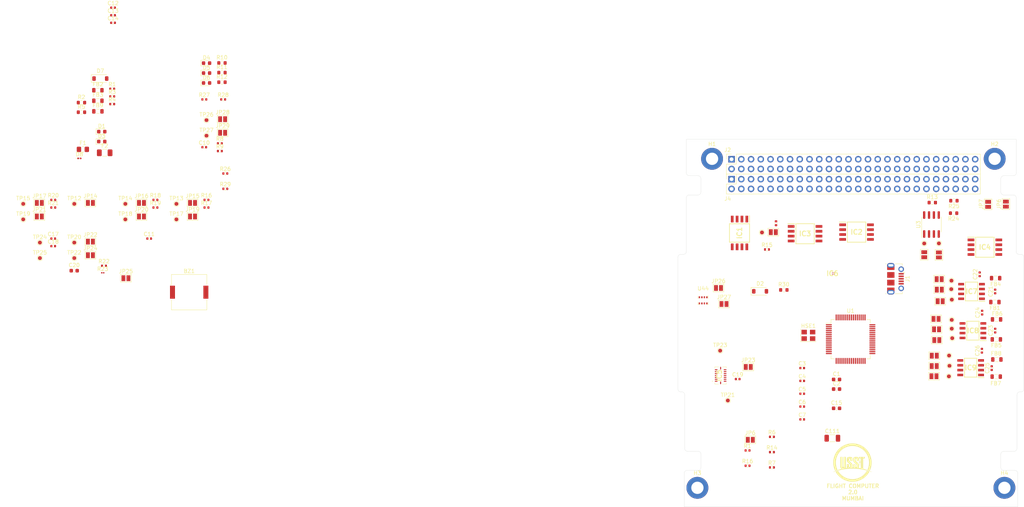
<source format=kicad_pcb>
(kicad_pcb (version 20221018) (generator pcbnew)
  (layers (0 "F.Cu" signal) (1 "In1.Cu" power) (2 "In2.Cu" power) (31 "B.Cu" signal) (34 "B.Paste" user) (35 "F.Paste" user) (36 "B.SilkS" user "B.Silkscreen") (37 "F.SilkS" user "F.Silkscreen") (38 "B.Mask" user) (39 "F.Mask" user) (44 "Edge.Cuts" user))
  (net 0 "")
  (net 1 "/MICROCONTROLLER/VCAP1")
  (net 2 "GND")
  (net 3 "/MICROCONTROLLER/VCAP2")
  (net 4 "+3V3")
  (net 5 "+3.3V")
  (net 6 "/MICROCONTROLLER/HSC_IN")
  (net 7 "/MICROCONTROLLER/HSC_OUT")
  (net 8 "+3.3VA")
  (net 9 "Net-(IC7-T-)")
  (net 10 "Net-(IC7-T+)")
  (net 11 "Net-(IC8-T-)")
  (net 12 "Net-(IC8-T+)")
  (net 13 "Net-(IC9-T-)")
  (net 14 "Net-(IC9-T+)")
  (net 15 "/MICROCONTROLLER/PWR_LED_K")
  (net 16 "Net-(D2-K)")
  (net 17 "3V3IN")
  (net 18 "Net-(D3-K)")
  (net 19 "Net-(D3-A)")
  (net 20 "Net-(D4-A)")
  (net 21 "Net-(D5-A)")
  (net 22 "Net-(D6-A)")
  (net 23 "Net-(D7-K)")
  (net 24 "5VIN")
  (net 25 "+5V")
  (net 26 "Net-(F1-Pad2)")
  (net 27 "Net-(F2-Pad2)")
  (net 28 "/THERMOCOUPLE1/T-")
  (net 29 "/THERMOCOUPLE1/T+")
  (net 30 "/THERMOCOUPLE2/T-")
  (net 31 "/THERMOCOUPLE2/T+")
  (net 32 "/THERMOCOUPLE3/T-")
  (net 33 "/THERMOCOUPLE3/T+")
  (net 34 "/FRAM1/A0")
  (net 35 "/FRAM1/A1")
  (net 36 "/FRAM1/A2")
  (net 37 "Net-(IC1-SDA)")
  (net 38 "Net-(IC1-SCL)")
  (net 39 "/WP1")
  (net 40 "/FRAM2/A1")
  (net 41 "/FRAM2/A2")
  (net 42 "Net-(IC2-SDA)")
  (net 43 "Net-(IC2-SCL)")
  (net 44 "/WP2")
  (net 45 "/FRAM3/A0")
  (net 46 "/FRAM3/A2")
  (net 47 "Net-(IC3-SDA)")
  (net 48 "Net-(IC3-SCL)")
  (net 49 "/WP3")
  (net 50 "/FRAM4/A0")
  (net 51 "/FRAM4/A1")
  (net 52 "Net-(IC4-SDA)")
  (net 53 "Net-(IC4-SCL)")
  (net 54 "/WP4")
  (net 58 "Net-(IC5-SCL{slash}SCK)")
  (net 59 "Net-(IC5-SDA{slash}SDI)")
  (net 64 "Net-(IC6-SCL)")
  (net 65 "Net-(IC6-SDA)")
  (net 66 "Net-(IC7-SCK)")
  (net 67 "Net-(IC7-~{CS})")
  (net 68 "Net-(IC7-SO)")
  (net 70 "Net-(IC8-SCK)")
  (net 71 "Net-(IC8-~{CS})")
  (net 72 "Net-(IC8-SO)")
  (net 74 "Net-(IC9-SCK)")
  (net 75 "Net-(IC9-~{CS})")
  (net 76 "Net-(IC9-SO)")
  (net 118 "Net-(J2-Pin_41)")
  (net 119 "/CAN CONTROLLER/CANH")
  (net 120 "/CAN CONTROLLER/CANL")
  (net 151 "VBUS")
  (net 166 "/MICROCONTROLLER/SPI1_MISO")
  (net 167 "/TCSS1")
  (net 168 "/MICROCONTROLLER/SPI1_CLK")
  (net 169 "Net-(JP4-A)")
  (net 170 "/CAN CONTROLLER/CAN_TX")
  (net 171 "Net-(JP5-A)")
  (net 172 "/CAN CONTROLLER/CAN_RX")
  (net 173 "/ACCELROMETER/SDA")
  (net 174 "/ACCELROMETER/SCL")
  (net 175 "/TCSS2")
  (net 176 "/TCSS3")
  (net 177 "Net-(JP26-A)")
  (net 178 "Net-(JP27-A)")
  (net 179 "Net-(JP28-A)")
  (net 180 "Net-(JP29-B)")
  (net 181 "/MICROCONTROLLER/SW_BOOT0")
  (net 182 "/MICROCONTROLLER/BOOT0")
  (net 183 "Net-(U4-SDO{slash}ADDR)")
  (net 184 "Net-(U4-nCS)")
  (net 185 "/GREEN")
  (net 186 "/YELLOW")
  (net 187 "/RED")
  (net 188 "/420_1")
  (net 189 "/420_2")
  (net 190 "/420_3")
  (net 191 "/420_4")
  (net 195 "/MICROCONTROLLER/NRST")
  (net 196 "/MICROCONTROLLER/SPI1_MOSI")
  (net 206 "/BUZZER")
  (net 207 "/MICROCONTROLLER/USART_TX")
  (net 208 "/MICROCONTROLLER/USART_RX")
  (net 209 "/MICROCONTROLLER/USB_D-")
  (net 210 "/MICROCONTROLLER/USB_D+")
  (net 211 "/MICROCONTROLLER/SWDIO")
  (net 212 "/MICROCONTROLLER/SWCLK")
  (net 216 "/MICROCONTROLLER/UART5_TX")
  (net 217 "/MICROCONTROLLER/UART5_RX")
  (net 218 "/MICROCONTROLLER/SWO")
  (net 221 "Net-(J2-Pin_43)")
  (net 222 "Net-(C111-Pad2)")
  (footprint "TestPoint:TestPoint_Pad_D1.0mm" (layer "F.Cu") (at 173.36 88.26)
    (fp_text reference "TP7" hide)
    (fp_text value "TestPoint_Small" hide)
    (pad "1" smd circle (at 0 0) (size 1 1) (layers "F.Cu" "F.Mask") (net 71 "Net-(IC8-~{CS})"))
  )
  (footprint "MountingHole:MountingHole_3.2mm_M3_ISO7380_Pad_TopBottom" (layer "F.Cu") (at 187.09 129.78)
    (fp_text reference "H4" (at 0 -3.85) (layer "F.SilkS"))
    (fp_text value "MountingHole_Pad" hide)
    (pad "1" thru_hole circle (at 0 0) (size 3.6 3.6) (drill 3.2) (layers "*.Cu" "*.Mask") (net 2 "GND"))
    (pad "1" connect circle (at 0 0) (size 5.7 5.7) (layers "F.Cu" "F.Mask") (net 2 "GND"))
    (pad "1" connect circle (at 0 0) (size 5.7 5.7) (layers "B.Cu" "B.Mask") (net 2 "GND"))
  )
  (footprint "Jumper:SolderJumper-2_P1.3mm_Open_Pad1.0x1.5mm" (layer "F.Cu") (at 169.4 88.43 180)
    (fp_text reference "JP9" hide)
    (fp_text value "~" hide)
    (pad "1" smd rect (at -0.65 0 180) (size 1 1.5) (layers "F.Cu" "F.Mask") (net 71 "Net-(IC8-~{CS})"))
    (pad "2" smd rect (at 0.65 0 180) (size 1 1.5) (layers "F.Cu" "F.Mask") (net 175 "/TCSS2"))
  )
  (footprint "Jumper:SolderJumper-2_P1.3mm_Open_Pad1.0x1.5mm" (layer "F.Cu") (at 166.19 68.96 -90)
    (fp_text reference "JP4" hide)
    (fp_text value "~" hide)
    (pad "1" smd rect (at -0.65 0 270) (size 1 1.5) (layers "F.Cu" "F.Mask") (net 169 "Net-(JP4-A)"))
    (pad "2" smd rect (at 0.65 0 270) (size 1 1.5) (layers "F.Cu" "F.Mask") (net 170 "/CAN CONTROLLER/CAN_TX"))
  )
  (footprint "Package_LGA:Bosch_LGA-8_2x2.5mm_P0.65mm_ClockwisePinNumbering" (layer "F.Cu") (at 108.565 80.87)
    (fp_text reference "U44" (at 0 -3.1) (layer "F.SilkS"))
    (fp_text value "BMP280")
    (pad "1" smd rect (at -0.975 -0.8 90) (size 0.5 0.35) (layers "F.Cu" "F.Paste" "F.Mask") (net 2 "GND"))
    (pad "2" smd rect (at -0.325 -0.8 90) (size 0.5 0.35) (layers "F.Cu" "F.Paste" "F.Mask") (net 5 "+3.3V"))
    (pad "3" smd rect (at 0.325 -0.8 90) (size 0.5 0.35) (layers "F.Cu" "F.Paste" "F.Mask") (net 177 "Net-(JP26-A)"))
    (pad "4" smd rect (at 0.975 -0.8 90) (size 0.5 0.35) (layers "F.Cu" "F.Paste" "F.Mask") (net 178 "Net-(JP27-A)"))
    (pad "5" smd rect (at 0.975 0.8 90) (size 0.5 0.35) (layers "F.Cu" "F.Paste" "F.Mask") (net 2 "GND"))
    (pad "6" smd rect (at 0.325 0.8 90) (size 0.5 0.35) (layers "F.Cu" "F.Paste" "F.Mask") (net 5 "+3.3V"))
    (pad "7" smd rect (at -0.325 0.8 90) (size 0.5 0.35) (layers "F.Cu" "F.Paste" "F.Mask") (net 2 "GND"))
    (pad "8" smd rect (at -0.975 0.8 90) (size 0.5 0.35) (layers "F.Cu" "F.Paste" "F.Mask") (net 5 "+3.3V"))
  )
  (footprint "Capacitor_SMD:C_0402_1005Metric" (layer "F.Cu") (at -60.845 64.755)
    (fp_text reference "C17" (at 0 -1.16) (layer "F.SilkS"))
    (fp_text value "100nF")
    (pad "1" smd roundrect (at -0.48 0) (size 0.56 0.62) (layers "F.Cu" "F.Paste" "F.Mask") (net 5 "+3.3V"))
    (pad "2" smd roundrect (at 0.48 0) (size 0.56 0.62) (layers "F.Cu" "F.Paste" "F.Mask") (net 2 "GND"))
  )
  (footprint "Resistor_SMD:R_0402_1005Metric" (layer "F.Cu") (at -60.825 54.665)
    (fp_text reference "R20" (at 0 -1.17) (layer "F.SilkS"))
    (fp_text value "10k")
    (pad "1" smd roundrect (at -0.51 0) (size 0.54 0.64) (layers "F.Cu" "F.Paste" "F.Mask") (net 4 "+3V3"))
    (pad "2" smd roundrect (at 0.51 0) (size 0.54 0.64) (layers "F.Cu" "F.Paste" "F.Mask") (net 174 "/ACCELROMETER/SCL"))
  )
  (footprint "Resistor_SMD:R_0402_1005Metric" (layer "F.Cu") (at -34.205 56.655)
    (fp_text reference "R19" (at 0 -1.17) (layer "F.SilkS"))
    (fp_text value "10k")
    (pad "1" smd roundrect (at -0.51 0) (size 0.54 0.64) (layers "F.Cu" "F.Paste" "F.Mask") (net 4 "+3V3"))
    (pad "2" smd roundrect (at 0.51 0) (size 0.54 0.64) (layers "F.Cu" "F.Paste" "F.Mask") (net 47 "Net-(IC3-SDA)"))
  )
  (footprint "Buzzer_Beeper:Buzzer_Murata_PKMCS0909E" (layer "F.Cu") (at -25.4 78.74)
    (fp_text reference "BZ1" (at 0 -5.5) (layer "F.SilkS"))
    (fp_text value "Active_Buzzer")
    (pad "1" smd rect (at -4.35 0) (size 1.3 3.4) (layers "F.Cu" "F.Paste" "F.Mask") (net 206 "/BUZZER"))
    (pad "2" smd rect (at 4.35 0) (size 1.3 3.4) (layers "F.Cu" "F.Paste" "F.Mask") (net 2 "GND"))
  )
  (footprint "Resistor_SMD:R_0402_1005Metric" (layer "F.Cu") (at -17.405 39.925)
    (fp_text reference "R8" (at 0 -1.17) (layer "F.SilkS"))
    (fp_text value "4.7k")
    (pad "1" smd roundrect (at -0.51 0) (size 0.54 0.64) (layers "F.Cu" "F.Paste" "F.Mask") (net 183 "Net-(U4-SDO{slash}ADDR)"))
    (pad "2" smd roundrect (at 0.51 0) (size 0.54 0.64) (layers "F.Cu" "F.Paste" "F.Mask") (net 5 "+3.3V"))
  )
  (footprint "Inductor_SMD:L_0805_2012Metric" (layer "F.Cu") (at 184.61 81.32 180)
    (fp_text reference "FB1" (at 0 -1.55) (layer "F.SilkS"))
    (fp_text value "Ferrite" hide)
    (pad "1" smd roundrect (at -1.0625 0 180) (size 0.875 1.2) (layers "F.Cu" "F.Paste" "F.Mask") (net 28 "/THERMOCOUPLE1/T-"))
    (pad "2" smd roundrect (at 1.0625 0 180) (size 0.875 1.2) (layers "F.Cu" "F.Paste" "F.Mask") (net 9 "Net-(IC7-T-)"))
  )
  (footprint "Jumper:SolderJumper-2_P1.3mm_Open_Pad1.0x1.5mm" (layer "F.Cu") (at 168.81 95.31 180)
    (fp_text reference "JP13" hide)
    (fp_text value "~" hide)
    (pad "1" smd rect (at -0.65 0 180) (size 1 1.5) (layers "F.Cu" "F.Mask") (net 74 "Net-(IC9-SCK)"))
    (pad "2" smd rect (at 0.65 0 180) (size 1 1.5) (layers "F.Cu" "F.Mask") (net 168 "/MICROCONTROLLER/SPI1_CLK"))
  )
  (footprint "LED_SMD:LED_0603_1608Metric" (layer "F.Cu") (at -48.185 36.845)
    (fp_text reference "D1" (at 0 -1.43) (layer "F.SilkS"))
    (fp_text value "RED")
    (pad "1" smd roundrect (at -0.7875 0) (size 0.875 0.95) (layers "F.Cu" "F.Paste" "F.Mask") (net 15 "/MICROCONTROLLER/PWR_LED_K"))
    (pad "2" smd roundrect (at 0.7875 0) (size 0.875 0.95) (layers "F.Cu" "F.Paste" "F.Mask") (net 5 "+3.3V"))
  )
  (footprint "TestPoint:TestPoint_Pad_D1.0mm" (layer "F.Cu") (at 166.19 66.03)
    (fp_text reference "TP4" hide)
    (fp_text value "TestPoint_Small" hide)
    (pad "1" smd circle (at 0 0) (size 1 1) (layers "F.Cu" "F.Mask") (net 169 "Net-(JP4-A)"))
  )
  (footprint "Resistor_SMD:R_0402_1005Metric" (layer "F.Cu") (at 126.49 120.47)
    (fp_text reference "R14" (at 0 -1.17) (layer "F.SilkS"))
    (fp_text value "10k")
    (pad "1" smd roundrect (at -0.51 0) (size 0.54 0.64) (layers "F.Cu" "F.Paste" "F.Mask") (net 4 "+3V3"))
    (pad "2" smd roundrect (at 0.51 0) (size 0.54 0.64) (layers "F.Cu" "F.Paste" "F.Mask") (net 48 "Net-(IC3-SCL)"))
  )
  (footprint "Capacitor_SMD:C_0402_1005Metric" (layer "F.Cu") (at 134.38 111.93)
    (fp_text reference "C7" (at 0 -1.16) (layer "F.SilkS"))
    (fp_text value "100n")
    (pad "1" smd roundrect (at -0.48 0) (size 0.56 0.62) (layers "F.Cu" "F.Paste" "F.Mask") (net 4 "+3V3"))
    (pad "2" smd roundrect (at 0.48 0) (size 0.56 0.62) (layers "F.Cu" "F.Paste" "F.Mask") (net 222 "Net-(C111-Pad2)"))
  )
  (footprint "Jumper:SolderJumper-2_P1.3mm_Open_Pad1.0x1.5mm" (layer "F.Cu") (at 170.12 78.08)
    (fp_text reference "JP2" hide)
    (fp_text value "~" hide)
    (pad "1" smd rect (at -0.65 0) (size 1 1.5) (layers "F.Cu" "F.Mask") (net 67 "Net-(IC7-~{CS})"))
    (pad "2" smd rect (at 0.65 0) (size 1 1.5) (layers "F.Cu" "F.Mask") (net 167 "/TCSS1"))
  )
  (footprint "Capacitor_SMD:C_0402_1005Metric" (layer "F.Cu") (at -35.825 64.755)
    (fp_text reference "C11" (at 0 -1.16) (layer "F.SilkS"))
    (fp_text value "100n")
    (pad "1" smd roundrect (at -0.48 0) (size 0.56 0.62) (layers "F.Cu" "F.Paste" "F.Mask") (net 4 "+3V3"))
    (pad "2" smd roundrect (at 0.48 0) (size 0.56 0.62) (layers "F.Cu" "F.Paste" "F.Mask") (net 2 "GND"))
  )
  (footprint "Capacitor_SMD:C_0402_1005Metric" (layer "F.Cu") (at 181.22 94.01 90)
    (fp_text reference "C26" (at 0 -1.16 90) (layer "F.SilkS"))
    (fp_text value "0.1u")
    (pad "1" smd roundrect (at -0.48 0 90) (size 0.56 0.62) (layers "F.Cu" "F.Paste" "F.Mask") (net 4 "+3V3"))
    (pad "2" smd roundrect (at 0.48 0 90) (size 0.56 0.62) (layers "F.Cu" "F.Paste" "F.Mask") (net 2 "GND"))
  )
  (footprint "Jumper:SolderJumper-2_P1.3mm_Open_Pad1.0x1.5mm" (layer "F.Cu") (at -51.145 55.445)
    (fp_text reference "JP14" (at 0 -1.8) (layer "F.SilkS"))
    (fp_text value "~")
    (pad "1" smd rect (at -0.65 0) (size 1 1.5) (layers "F.Cu" "F.Mask") (net 37 "Net-(IC1-SDA)"))
    (pad "2" smd rect (at 0.65 0) (size 1 1.5) (layers "F.Cu" "F.Mask") (net 173 "/ACCELROMETER/SDA"))
  )
  (footprint "TestPoint:TestPoint_Pad_D1.0mm" (layer "F.Cu") (at -55.345 55.695)
    (fp_text reference "TP12" (at 0 -1.448) (layer "F.SilkS"))
    (fp_text value "TestPoint_Small")
    (pad "1" smd circle (at 0 0) (size 1 1) (layers "F.Cu" "F.Mask") (net 37 "Net-(IC1-SDA)"))
  )
  (footprint "Resistor_SMD:R_0402_1005Metric" (layer "F.Cu") (at 127.56 60.76 -90)
    (fp_text reference "R14" hide)
    (fp_text value "10k" hide)
    (pad "1" smd roundrect (at -0.51 0 270) (size 0.54 0.64) (layers "F.Cu" "F.Paste" "F.Mask") (net 4 "+3V3"))
    (pad "2" smd roundrect (at 0.51 0 270) (size 0.54 0.64) (layers "F.Cu" "F.Paste" "F.Mask") (net 174 "/ACCELROMETER/SCL"))
  )
  (footprint "Jumper:SolderJumper-2_P1.3mm_Open_Pad1.0x1.5mm" (layer "F.Cu") (at -16.685 33.605)
    (fp_text reference "JP28" (at 0 -1.8) (layer "F.SilkS"))
    (fp_text value "~")
    (pad "1" smd rect (at -0.65 0) (size 1 1.5) (layers "F.Cu" "F.Mask") (net 179 "Net-(JP28-A)"))
    (pad "2" smd rect (at 0.65 0) (size 1 1.5) (layers "F.Cu" "F.Mask") (net 174 "/ACCELROMETER/SCL"))
  )
  (footprint "Jumper:SolderJumper-2_P1.3mm_Open_Pad1.0x1.5mm" (layer "F.Cu") (at 170.02 69.02 -90)
    (fp_text reference "JP5" hide)
    (fp_text value "~" hide)
    (pad "1" smd rect (at -0.65 0 270) (size 1 1.5) (layers "F.Cu" "F.Mask") (net 171 "Net-(JP5-A)"))
    (pad "2" smd rect (at 0.65 0 270) (size 1 1.5) (layers "F.Cu" "F.Mask") (net 172 "/CAN CONTROLLER/CAN_RX"))
  )
  (footprint "Capacitor_SMD:C_0402_1005Metric" (layer "F.Cu") (at 134.38 98.53)
    (fp_text reference "C3" (at 0 -1.16) (layer "F.SilkS"))
    (fp_text value "100n")
    (pad "1" smd roundrect (at -0.48 0) (size 0.56 0.62) (layers "F.Cu" "F.Paste" "F.Mask") (net 4 "+3V3"))
    (pad "2" smd roundrect (at 0.48 0) (size 0.56 0.62) (layers "F.Cu" "F.Paste" "F.Mask") (net 222 "Net-(C111-Pad2)"))
  )
  (footprint "LibraryLoader:SOIC127P600X175-8N" (layer "F.Cu") (at 178.88 88.78 180)
    (fp_text reference "IC8" (at 0 0) (layer "F.SilkS") (effects (font (size 1.27 1.27) (thickness 0.254))))
    (fp_text value "MAX31855KASA+T" hide)
    (pad "1" smd rect (at -2.712 -1.905 270) (size 0.65 1.525) (layers "F.Cu" "F.Paste" "F.Mask") (net 2 "GND"))
    (pad "2" smd rect (at -2.712 -0.635 270) (size 0.65 1.525) (layers "F.Cu" "F.Paste" "F.Mask") (net 11 "Net-(IC8-T-)"))
    (pad "3" smd rect (at -2.712 0.635 270) (size 0.65 1.525) (layers "F.Cu" "F.Paste" "F.Mask") (net 12 "Net-(IC8-T+)"))
    (pad "4" smd rect (at -2.712 1.905 270) (size 0.65 1.525) (layers "F.Cu" "F.Paste" "F.Mask") (net 4 "+3V3"))
    (pad "5" smd rect (at 2.712 1.905 270) (size 0.65 1.525) (layers "F.Cu" "F.Paste" "F.Mask") (net 70 "Net-(IC8-SCK)"))
    (pad "6" smd rect (at 2.712 0.635 270) (size 0.65 1.525) (layers "F.Cu" "F.Paste" "F.Mask") (net 71 "Net-(IC8-~{CS})"))
    (pad "7" smd rect (at 2.712 -0.635 270) (size 0.65 1.525) (layers "F.Cu" "F.Paste" "F.Mask") (net 72 "Net-(IC8-SO)"))
    (pad "8" smd rect (at 2.712 -1.905 270) (size 0.65 1.525) (layers "F.Cu" "F.Paste" "F.Mask"))
  )
  (footprint "Capacitor_SMD:C_0402_1005Metric" (layer "F.Cu") (at -60.845 66.725)
    (fp_text reference "C18" (at 0 -1.16) (layer "F.SilkS"))
    (fp_text value "100nF")
    (pad "1" smd roundrect (at -0.48 0) (size 0.56 0.62) (layers "F.Cu" "F.Paste" "F.Mask") (net 5 "+3.3V"))
    (pad "2" smd roundrect (at 0.48 0) (size 0.56 0.62) (layers "F.Cu" "F.Paste" "F.Mask") (net 2 "GND"))
  )
  (footprint "Inductor_SMD:L_0805_2012Metric" (layer "F.Cu") (at 184.7975 75.08 180)
    (fp_text reference "FB4" (at 0 -1.55) (layer "F.SilkS"))
    (fp_text value "Ferrite" hide)
    (pad "1" smd roundrect (at -1.0625 0 180) (size 0.875 1.2) (layers "F.Cu" "F.Paste" "F.Mask") (net 29 "/THERMOCOUPLE1/T+"))
    (pad "2" smd roundrect (at 1.0625 0 180) (size 0.875 1.2) (layers "F.Cu" "F.Paste" "F.Mask") (net 10 "Net-(IC7-T+)"))
  )
  (footprint "TestPoint:TestPoint_Pad_D1.0mm" (layer "F.Cu") (at -42.035 59.745)
    (fp_text reference "TP18" (at 0 -1.448) (layer "F.SilkS"))
    (fp_text value "TestPoint_Small")
    (pad "1" smd circle (at 0 0) (size 1 1) (layers "F.Cu" "F.Mask") (net 48 "Net-(IC3-SCL)"))
  )
  (footprint "Resistor_SMD:R_0402_1005Metric" (layer "F.Cu") (at -20.895 54.665)
    (fp_text reference "R16" (at 0 -1.17) (layer "F.SilkS"))
    (fp_text value "10k")
    (pad "1" smd roundrect (at -0.51 0) (size 0.54 0.64) (layers "F.Cu" "F.Paste" "F.Mask") (net 4 "+3V3"))
    (pad "2" smd roundrect (at 0.51 0) (size 0.54 0.64) (layers "F.Cu" "F.Paste" "F.Mask") (net 174 "/ACCELROMETER/SCL"))
  )
  (footprint "Capacitor_SMD:C_0603_1608Metric" (layer "F.Cu") (at 143.34 101.51)
    (fp_text reference "C1" (at 0 -1.43) (layer "F.SilkS"))
    (fp_text value "2.2uF")
    (pad "1" smd roundrect (at -0.775 0) (size 0.9 0.95) (layers "F.Cu" "F.Paste" "F.Mask") (net 1 "/MICROCONTROLLER/VCAP1"))
    (pad "2" smd roundrect (at 0.775 0) (size 0.9 0.95) (layers "F.Cu" "F.Paste" "F.Mask") (net 2 "GND"))
  )
  (footprint "Capacitor_SMD:C_0402_1005Metric" (layer "F.Cu") (at 184.67 78.55 90)
    (fp_text reference "C21" (at 0 -1.16 90) (layer "F.SilkS"))
    (fp_text value "1p")
    (pad "1" smd roundrect (at -0.48 0 90) (size 0.56 0.62) (layers "F.Cu" "F.Paste" "F.Mask") (net 9 "Net-(IC7-T-)"))
    (pad "2" smd roundrect (at 0.48 0 90) (size 0.56 0.62) (layers "F.Cu" "F.Paste" "F.Mask") (net 10 "Net-(IC7-T+)"))
  )
  (footprint "Jumper:SolderJumper-2_P1.3mm_Open_Pad1.0x1.5mm" (layer "F.Cu") (at 126.85 63.08)
    (fp_text reference "JP18" hide)
    (fp_text value "~" hide)
    (pad "1" smd rect (at -0.65 0) (size 1 1.5) (layers "F.Cu" "F.Mask") (net 38 "Net-(IC1-SCL)"))
    (pad "2" smd rect (at 0.65 0) (size 1 1.5) (layers "F.Cu" "F.Mask") (net 174 "/ACCELROMETER/SCL"))
  )
  (footprint "LED_SMD:LED_0603_1608Metric" (layer "F.Cu") (at -20.865 18.975)
    (fp_text reference "D4" (at 0 -1.43) (layer "F.SilkS"))
    (fp_text value "GREEN")
    (pad "1" smd roundrect (at -0.7875 0) (size 0.875 0.95) (layers "F.Cu" "F.Paste" "F.Mask") (net 2 "GND"))
    (pad "2" smd roundrect (at 0.7875 0) (size 0.875 0.95) (layers "F.Cu" "F.Paste" "F.Mask") (net 20 "Net-(D4-A)"))
  )
  (footprint "Capacitor_SMD:C_0402_1005Metric" (layer "F.Cu") (at 183.78 98.55 90)
    (fp_text reference "C25" (at 0 -1.16 90) (layer "F.SilkS"))
    (fp_text value "1p")
    (pad "1" smd roundrect (at -0.48 0 90) (size 0.56 0.62) (layers "F.Cu" "F.Paste" "F.Mask") (net 13 "Net-(IC9-T-)"))
    (pad "2" smd roundrect (at 0.48 0 90) (size 0.56 0.62) (layers "F.Cu" "F.Paste" "F.Mask") (net 14 "Net-(IC9-T+)"))
  )
  (footprint "Jumper:SolderJumper-2_P1.3mm_Open_Pad1.0x1.5mm" (layer "F.Cu") (at 112.565 77.645)
    (fp_text reference "JP26" (at 0 -1.8) (layer "F.SilkS"))
    (fp_text value "~" hide)
    (pad "1" smd rect (at -0.65 0) (size 1 1.5) (layers "F.Cu" "F.Mask") (net 177 "Net-(JP26-A)"))
    (pad "2" smd rect (at 0.65 0) (size 1 1.5) (layers "F.Cu" "F.Mask") (net 173 "/ACCELROMETER/SDA"))
  )
  (footprint "Resistor_SMD:R_0402_1005Metric" (layer "F.Cu") (at -60.825 56.655)
    (fp_text reference "R21" (at 0 -1.17) (layer "F.SilkS"))
    (fp_text value "10k")
    (pad "1" smd roundrect (at -0.51 0) (size 0.54 0.64) (layers "F.Cu" "F.Paste" "F.Mask") (net 4 "+3V3"))
    (pad "2" smd roundrect (at 0.51 0) (size 0.54 0.64) (layers "F.Cu" "F.Paste" "F.Mask") (net 52 "Net-(IC4-SDA)"))
  )
  (footprint "TestPoint:TestPoint_Pad_D1.0mm" (layer "F.Cu") (at 115 107)
    (fp_text reference "TP21" (at 0 -1.448) (layer "F.SilkS"))
    (fp_text value "TestPoint_Small")
    (pad "1" smd circle (at 0 0) (size 1 1) (layers "F.Cu" "F.Mask") (net 59 "Net-(IC5-SDA{slash}SDI)"))
  )
  (footprint "Inductor_SMD:L_0805_2012Metric" (layer "F.Cu") (at -49.195 26.055)
    (fp_text reference "FB2" (at 0 -1.55) (layer "F.SilkS"))
    (fp_text value "600 @ 600 MHz")
    (pad "1" smd roundrect (at -1.0625 0) (size 0.875 1.2) (layers "F.Cu" "F.Paste" "F.Mask") (net 26 "Net-(F1-Pad2)"))
    (pad "2" smd roundrect (at 1.0625 0) (size 0.875 1.2) (layers "F.Cu" "F.Paste" "F.Mask") (net 5 "+3.3V"))
  )
  (footprint "Inductor_SMD:L_0805_2012Metric" (layer "F.Cu") (at 185.1225 96.3 180)
    (fp_text reference "FB8" (at 0.1825 1.58) (layer "F.SilkS"))
    (fp_text value "Ferrite" hide)
    (pad "1" smd roundrect (at -1.0625 0 180) (size 0.875 1.2) (layers "F.Cu" "F.Paste" "F.Mask") (net 33 "/THERMOCOUPLE3/T+"))
    (pad "2" smd roundrect (at 1.0625 0 180) (size 0.875 1.2) (layers "F.Cu" "F.Paste" "F.Mask") (net 14 "Net-(IC9-T+)"))
  )
  (footprint "Inductor_SMD:L_0805_2012Metric" (layer "F.Cu") (at -49.195 28.805)
    (fp_text reference "FB3" (at 0 -1.55) (layer "F.SilkS"))
    (fp_text value "100 @ 100 MHz")
    (pad "1" smd roundrect (at -1.0625 0) (size 0.875 1.2) (layers "F.Cu" "F.Paste" "F.Mask") (net 4 "+3V3"))
    (pad "2" smd roundrect (at 1.0625 0) (size 0.875 1.2) (layers "F.Cu" "F.Paste" "F.Mask") (net 8 "+3.3VA"))
  )
  (footprint "TestPoint:TestPoint_Pad_D1.0mm" (layer "F.Cu") (at 173.38 80.69)
    (fp_text reference "TP1" hide)
    (fp_text value "TestPoint_Small" hide)
    (pad "1" smd circle (at 0 0) (size 1 1) (layers "F.Cu" "F.Mask") (net 68 "Net-(IC7-SO)"))
  )
  (footprint "Capacitor_SMD:C_0603_1608Metric" (layer "F.Cu") (at 143.34 104.02)
    (fp_text reference "C2" (at 0 -1.43) (layer "F.SilkS"))
    (fp_text value "2.2uF")
    (pad "1" smd roundrect (at -0.775 0) (size 0.9 0.95) (layers "F.Cu" "F.Paste" "F.Mask") (net 3 "/MICROCONTROLLER/VCAP2"))
    (pad "2" smd roundrect (at 0.775 0) (size 0.9 0.95) (layers "F.Cu" "F.Paste" "F.Mask") (net 2 "GND"))
  )
  (footprint "TestPoint:TestPoint_Pad_D1.0mm" (layer "F.Cu") (at 172.62 100.7)
    (fp_text reference "TP9" hide)
    (fp_text value "TestPoint_Small" hide)
    (pad "1" smd circle (at 0 0) (size 1 1) (layers "F.Cu" "F.Mask") (net 76 "Net-(IC9-SO)"))
  )
  (footprint "Jumper:SolderJumper-2_P1.3mm_Open_Pad1.0x1.5mm" (layer "F.Cu") (at 169.47 91.24 180)
    (fp_text reference "JP8" hide)
    (fp_text value "~" hide)
    (pad "1" smd rect (at -0.65 0 180) (size 1 1.5) (layers "F.Cu" "F.Mask") (net 72 "Net-(IC8-SO)"))
    (pad "2" smd rect (at 0.65 0 180) (size 1 1.5) (layers "F.Cu" "F.Mask") (net 166 "/MICROCONTROLLER/SPI1_MISO"))
  )
  (footprint "TestPoint:TestPoint_Pad_D1.0mm" (layer "F.Cu") (at -64.305 65.795)
    (fp_text reference "TP24" (at 0 -1.448) (layer "F.SilkS"))
    (fp_text value "TestPoint_Small")
    (pad "1" smd circle (at 0 0) (size 1 1) (layers "F.Cu" "F.Mask") (net 177 "Net-(JP26-A)"))
  )
  (footprint "TestPoint:TestPoint_Pad_D1.0mm" (layer "F.Cu") (at 173.49 90.74 90)
    (fp_text reference "TP6" hide)
    (fp_text value "TestPoint_Small" hide)
    (pad "1" smd circle (at 0 0 90) (size 1 1) (layers "F.Cu" "F.Mask") (net 72 "Net-(IC8-SO)"))
  )
  (footprint "TestPoint:TestPoint_Pad_D1.0mm" (layer "F.Cu") (at 170.01 66.01)
    (fp_text reference "TP5" hide)
    (fp_text value "TestPoint_Small" hide)
    (pad "1" smd circle (at 0 0) (size 1 1) (layers "F.Cu" "F.Mask") (net 171 "Net-(JP5-A)"))
  )
  (footprint "Jumper:SolderJumper-2_P1.3mm_Open_Pad1.0x1.5mm" (layer "F.Cu") (at -64.455 55.445)
    (fp_text reference "JP17" (at 0 -1.8) (layer "F.SilkS"))
    (fp_text value "~")
    (pad "1" smd rect (at -0.65 0) (size 1 1.5) (layers "F.Cu" "F.Mask") (net 52 "Net-(IC4-SDA)"))
    (pad "2" smd rect (at 0.65 0) (size 1 1.5) (layers "F.Cu" "F.Mask") (net 173 "/ACCELROMETER/SDA"))
  )
  (footprint "Inductor_SMD:L_0805_2012Metric" (layer "F.Cu") (at 185.04 85.84 180)
    (fp_text reference "FB6" (at -0.18 1.49) (layer "F.SilkS"))
    (fp_text value "Ferrite" hide)
    (pad "1" smd roundrect (at -1.0625 0 180) (size 0.875 1.2) (layers "F.Cu" "F.Paste" "F.Mask") (net 31 "/THERMOCOUPLE2/T+"))
    (pad "2" smd roundrect (at 1.0625 0 180) (size 0.875 1.2) (layers "F.Cu" "F.Paste" "F.Mask") (net 12 "Net-(IC8-T+)"))
  )
  (footprint "Resistor_SMD:R_0402_1005Metric" (layer "F.Cu") (at -45.465 25.675)
    (fp_text reference "R1" (at 0 -1.17) (layer "F.SilkS"))
    (fp_text value "10k")
    (pad "1" smd roundrect (at -0.51 0) (size 0.54 0.64) (layers "F.Cu" "F.Paste" "F.Mask") (net 181 "/MICROCONTROLLER/SW_BOOT0"))
    (pad "2" smd roundrect (at 0.51 0) (size 0.54 0.64) (layers "F.Cu" "F.Paste" "F.Mask") (net 182 "/MICROCONTROLLER/BOOT0"))
  )
  (footprint "Diode_SMD:D_SOD-123" (layer "F.Cu") (at -48.55 23.005)
    (fp_text reference "D7" (at 0 -2) (layer "F.SilkS"))
    (fp_text value "B5819W")
    (pad "1" smd roundrect (at -1.65 0) (size 0.9 1.2) (layers "F.Cu" "F.Paste" "F.Mask") (net 23 "Net-(D7-K)"))
    (pad "2" smd roundrect (at 1.65 0) (size 0.9 1.2) (layers "F.Cu" "F.Paste" "F.Mask") (net 24 "5VIN"))
  )
  (footprint "Resistor_SMD:R_0402_1005Metric" (layer "F.Cu") (at -20.895 56.655)
    (fp_text reference "R17" (at 0 -1.17) (layer "F.SilkS"))
    (fp_text value "10k")
    (pad "1" smd roundrect (at -0.51 0) (size 0.54 0.64) (layers "F.Cu" "F.Paste" "F.Mask") (net 4 "+3V3"))
    (pad "2" smd roundrect (at 0.51 0) (size 0.54 0.64) (layers "F.Cu" "F.Paste" "F.Mask") (net 42 "Net-(IC2-SDA)"))
  )
  (footprint "Resistor_SMD:R_0402_1005Metric" (layer "F.Cu") (at 120.14 124.02)
    (fp_text reference "R16" (at 0 -1.17) (layer "F.SilkS"))
    (fp_text value "10k")
    (pad "1" smd roundrect (at -0.51 0) (size 0.54 0.64) (layers "F.Cu" "F.Paste" "F.Mask") (net 4 "+3V3"))
    (pad "2" smd roundrect (at 0.51 0) (size 0.54 0.64) (layers "F.Cu" "F.Paste" "F.Mask") (net 53 "Net-(IC4-SCL)"))
  )
  (footprint "Resistor_SMD:R_0402_1005Metric" (layer "F.Cu") (at 120.14 120.03)
    (fp_text reference "R1" (at 0 -1.17) (layer "F.SilkS"))
    (fp_text value "10k")
    (pad "1" smd roundrect (at -0.51 0) (size 0.54 0.64) (layers "F.Cu" "F.Paste" "F.Mask") (net 2 "GND"))
    (pad "2" smd roundrect (at 0.51 0) (size 0.54 0.64) (layers "F.Cu" "F.Paste" "F.Mask") (net 182 "/MICROCONTROLLER/BOOT0"))
  )
  (footprint "Diode_SMD:D_SOD-123" (layer "F.Cu") (at 123.41 78.51)
    (fp_text reference "D2" (at 0 -2) (layer "F.SilkS"))
    (fp_text value "B5819W")
    (pad "1" smd roundrect (at -1.65 0) (size 0.9 1.2) (layers "F.Cu" "F.Paste" "F.Mask") (net 16 "Net-(D2-K)"))
    (pad "2" smd roundrect (at 1.65 0) (size 0.9 1.2) (layers "F.Cu" "F.Paste" "F.Mask") (net 17 "3V3IN"))
  )
  (footprint "TestPoint:TestPoint_Pad_D1.0mm" (layer "F.Cu") (at 123.9 63.16)
    (fp_text reference "TP16" hide)
    (fp_text value "TestPoint_Small" hide)
    (pad "1" smd circle (at 0 0) (size 1 1) (layers "F.Cu" "F.Mask") (net 38 "Net-(IC1-SCL)"))
  )
  (footprint "LED_SMD:LED_0603_1608Metric" (layer "F.Cu") (at -20.865 24.155)
    (fp_text reference "D6" (at 0 -1.43) (layer "F.SilkS"))
    (fp_text value "RED")
    (pad "1" smd roundrect (at -0.7875 0) (size 0.875 0.95) (layers "F.Cu" "F.Paste" "F.Mask") (net 2 "GND"))
    (pad "2" smd roundrect (at 0.7875 0) (size 0.875 0.95) (layers "F.Cu" "F.Paste" "F.Mask") (net 22 "Net-(D6-A)"))
  )
  (footprint "Connector_USB:USB_Micro-B_Molex-105017-0001" (layer "F.Cu") (at 158.7175 75.24 -90)
    (fp_text reference "J1" (at 0 -3.1125 90) (layer "F.SilkS"))
    (fp_text value "USB_B_Micro")
    (pad "1" smd rect (at -1.3 -1.4625 270) (size 0.4 1.35) (layers "F.Cu" "F.Paste" "F.Mask") (net 151 "VBUS"))
    (pad "2" smd rect (at -0.65 -1.4625 270) (size 0.4 1.35) (layers "F.Cu" "F.Paste" "F.Mask") (net 209 "/MICROCONTROLLER/USB_D-"))
    (pad "3" smd rect (at 0 -1.4625 270) (size 0.4 1.35) (layers "F.Cu" "F.Paste" "F.Mask") (net 210 "/MICROCONTROLLER/USB_D+"))
    (pad "4" smd rect (at 0.65 -1.4625 270) (size 0.4 1.35) (layers "F.Cu" "F.Paste" "F.Mask"))
    (pad "5" smd rect (at 1.3 -1.4625 270) (size 0.4 1.35) (layers "F.Cu" "F.Paste" "F.Mask") (net 2 "GND"))
    (pad "6" thru_hole oval (at -3.5 1.2375 90) (size 1.2 1.9) (drill oval 0.6 1.3) (layers "*.Cu" "*.Mask"))
    (pad "6" smd rect (at -2.9 1.2375 270) (size 1.2 1.9) (layers "F.Cu" "F.Mask"))
    (pad "6" thru_hole circle (at -2.5 -1.4625 270) (size 1.45 1.45) (drill 0.85) (layers "*.Cu" "*.Mask"))
    (pad "6" smd rect (at -1 1.2375 270) (size 1.5 1.9) (layers "F.Cu" "F.Paste" "F.Mask"))
    (pad "6" smd rect (at 1 1.2375 270) (size 1.5 1.9) (layers "F.Cu" "F.Paste" "F.Mask"))
    (pad "6" thru_hole circle (at 2.5 -1.4625 270) (size 1.45 1.45) (drill 0.85) (layers "*.Cu" "*.Mask"))
    (pad "6" smd rect (at 2.9 1.2375 270) (size 1.2 1.9) (layers "F.Cu" "F.Mask"))
    (pad "6" thru_hole oval (at 3.5 1.2375 270) (size 1.2 1.9) (drill oval 0.6 1.3) (layers "*.Cu" "*.Mask"))
  )
  (footprint "Capacitor_SMD:C_0402_1005Metric" (layer "F.Cu") (at 117.57 101.41)
    (fp_text reference "C19" (at 0 -1.16) (layer "F.SilkS"))
    (fp_text value "100n")
    (pad "1" smd roundrect (at -0.48 0) (size 0.56 0.62) (layers "F.Cu" "F.Paste" "F.Mask") (net 4 "+3V3"))
    (pad "2" smd roundrect (at 0.48 0) (size 0.56 0.62) (layers "F.Cu" "F.Paste" "F.Mask") (net 2 "GND"))
  )
  (footprint "TestPoint:TestPoint_Pad_D1.0mm" (layer "F.Cu") (at -68.655 55.695)
    (fp_text reference "TP15" (at 0 -1.448) (layer "F.SilkS"))
    (fp_text value "TestPoint_Small")
    (pad "1" smd circle (at 0 0) (size 1 1) (layers "F.Cu" "F.Mask") (net 52 "Net-(IC4-SDA)"))
  )
  (footprint "TestPoint:TestPoint_Pad_D1.0mm" (layer "F.Cu") (at -64.305 69.845)
    (fp_text reference "TP25" (at 0 -1.448) (layer "F.SilkS"))
    (fp_text value "TestPoint_Small")
    (pad "1" smd circle (at 0 0) (size 1 1) (layers "F.Cu" "F.Mask") (net 178 "Net-(JP27-A)"))
  )
  (footprint "Jumper:SolderJumper-2_P1.3mm_Open_Pad1.0x1.5mm" (layer "F.Cu") (at 114 81.82)
    (fp_text reference "JP27" (at 0 -1.8) (layer "F.SilkS"))
    (fp_text value "~" hide)
    (pad "1" smd rect (at -0.65 0) (size 1 1.5) (layers "F.Cu" "F.Mask") (net 178 "Net-(JP27-A)"))
    (pad "2" smd rect (at 0.65 0) (size 1 1.5) (layers "F.Cu" "F.Mask") (net 174 "/ACCELROMETER/SCL"))
  )
  (footprint "TestPoint:TestPoint_Pad_D1.0mm" (layer "F.Cu") (at -20.885 37.905)
    (fp_text reference "TP27" (at 0 -1.448) (layer "F.SilkS"))
    (fp_text value "TestPoint_Small")
    (pad "1" smd circle (at 0 0) (size 1 1) (layers "F.Cu" "F.Mask") (net 180 "Net-(JP29-B)"))
  )
  (footprint "Jumper:SolderJumper-2_P1.3mm_Open_Pad1.0x1.5mm" (layer "F.Cu") (at 120.325 98.25)
    (fp_text reference "JP23" (at 0 -1.8) (layer "F.SilkS"))
    (fp_text value "~")
    (pad "1" smd rect (at -0.65 0) (size 1 1.5) (layers "F.Cu" "F.Mask") (net 59 "Net-(IC5-SDA{slash}SDI)"))
    (pad "2" smd rect (at 0.65 0) (size 1 1.5) (layers "F.Cu" "F.Mask") (net 173 "/ACCELROMETER/SDA"))
  )
  (footprint "Resistor_SMD:R_0402_1005Metric" (layer "F.Cu") (at 125.2 67.59)
    (fp_text reference "R15" (at 0 -1.17) (layer "F.SilkS"))
    (fp_text value "10k")
    (pad "1" smd roundrect (at -0.51 0) (size 0.54 0.64) (layers "F.Cu" "F.Paste" "F.Mask") (net 4 "+3V3"))
    (pad "2" smd roundrect (at 0.51 0) (size 0.54 0.64) (layers "F.Cu" "F.Paste" "F.Mask") (net 37 "Net-(IC1-SDA)"))
  )
  (footprint "Resistor_SMD:R_0603_1608Metric" (layer "F.Cu") (at 129.595 78.15)
    (fp_text reference "R30" (at 0 -1.43) (layer "F.SilkS"))
    (fp_text value "1.5k")
    (pad "1" smd roundrect (at -0.825 0) (size 0.8 0.95) (layers "F.Cu" "F.Paste" "F.Mask") (net 15 "/MICROCONTROLLER/PWR_LED_K"))
    (pad "2" smd roundrect (at 0.825 0) (size 0.8 0.95) (layers "F.Cu" "F.Paste" "F.Mask") (net 2 "GND"))
  )
  (footprint "Resistor_SMD:R_0603_1608Metric" (layer "F.Cu") (at -53.475 31.785)
    (fp_text reference "R5" (at 0 -1.43) (layer "F.SilkS"))
    (fp_text value "2.2k")
    (pad "1" smd roundrect (at -0.825 0) (size 0.8 0.95) (layers "F.Cu" "F.Paste" "F.Mask") (net 18 "Net-(D3-K)"))
    (pad "2" smd roundrect (at 0.825 0) (size 0.8 0.95) (layers "F.Cu" "F.Paste" "F.Mask") (net 2 "GND"))
  )
  (footprint "Inductor_SMD:L_0805_2012Metric" (layer "F.Cu") (at 184.99 91.06 180)
    (fp_text reference "FB5" (at 0.02 -1.55) (layer "F.SilkS"))
    (fp_text value "Ferrite" hide)
    (pad "1" smd roundrect (at -1.0625 0 180) (size 0.875 1.2) (layers "F.Cu" "F.Paste" "F.Mask") (net 30 "/THERMOCOUPLE2/T-"))
    (pad "2" smd roundrect (at 1.0625 0 180) (size 0.875 1.2) (layers "F.Cu" "F.Paste" "F.Mask") (net 11 "Net-(IC8-T-)"))
  )
  (footprint "Resistor_SMD:R_0402_1005Metric" (layer "F.Cu") (at -15.985 51.765)
    (fp_text reference "R29" (at 0 -1.17) (layer "F.SilkS"))
    (fp_text value "150")
    (pad "1" smd roundrect (at -0.51 0) (size 0.54 0.64) (layers "F.Cu" "F.Paste" "F.Mask") (net 2 "GND"))
    (pad "2" smd roundrect (at 0.51 0) (size 0.54 0.64) (layers "F.Cu" "F.Paste" "F.Mask") (net 191 "/420_4"))
  )
  (footprint "Resistor_SMD:R_0402_1005Metric" (layer "F.Cu") (at -45.465 27.665)
    (fp_text reference "R3" (at 0 -1.17) (layer "F.SilkS"))
    (fp_text value "1.5k")
    (pad "1" smd roundrect (at -0.51 0) (size 0.54 0.64) (layers "F.Cu" "F.Paste" "F.Mask") (net 5 "+3.3V"))
    (pad "2" smd roundrect (at 0.51 0) (size 0.54 0.64) (layers "F.Cu" "F.Paste" "F.Mask") (net 174 "/ACCELROMETER/SCL"))
  )
  (footprint "Resistor_SMD:R_0603_1608Metric" (layer "F.Cu") (at -16.855 21.445)
    (fp_text reference "R11" (at 0 -1.43) (layer "F.SilkS"))
    (fp_text value "500")
    (pad "1" smd roundrect (at -0.825 0) (size 0.8 0.95) (layers "F.Cu" "F.Paste" "F.Mask") (net 186 "/YELLOW"))
    (pad "2" smd roundrect (at 0.825 0) (size 0.8 0.95) (layers "F.Cu" "F.Paste" "F.Mask") (net 21 "Net-(D5-A)"))
  )
  (footprint "Resistor_SMD:R_0402_1005Metric" (layer "F.Cu") (at -21.455 28.445)
    (fp_text reference "R27" (at 0 -1.17) (layer "F.SilkS"))
    (fp_text value "150")
    (pad "1" smd roundrect (at -0.51 0) (size 0.54 0.64) (layers "F.Cu" "F.Paste" "F.Mask") (net 2 "GND"))
    (pad "2" smd roundrect (at 0.51 0) (size 0.54 0.64) (layers "F.Cu" "F.Paste" "F.Mask") (net 189 "/420_2"))
  )
  (footprint "Resistor_SMD:R_0402_1005Metric" (layer "F.Cu") (at -34.205 54.665)
    (fp_text reference "R18" (at 0 -1.17) (layer "F.SilkS"))
    (fp_text value "10k")
    (pad "1" smd roundrect (at -0.51 0) (size 0.54 0.64) (layers "F.Cu" "F.Paste" "F.Mask") (net 4 "+3V3"))
    (pad "2" smd roundrect (at 0.51 0) (size 0.54 0.64) (layers "F.Cu" "F.Paste" "F.Mask") (net 174 "/ACCELROMETER/SCL"))
  )
  (footprint "Resistor_SMD:R_0402_1005Metric" (layer "F.Cu") (at 126.49 116.48)
    (fp_text reference "R6" (at 0 -1.17) (layer "F.SilkS"))
    (fp_text value "10k")
    (pad "1" smd roundrect (at -0.51 0) (size 0.54 0.64) (layers "F.Cu" "F.Paste" "F.Mask") (net 4 "+3V3"))
    (pad "2" smd roundrect (at 0.51 0) (size 0.54 0.64) (layers "F.Cu" "F.Paste" "F.Mask") (net 38 "Net-(IC1-SCL)"))
  )
  (footprint "Capacitor_SMD:C_0402_1005Metric" (layer "F.Cu") (at 134.38 105.23)
    (fp_text reference "C5" (at 0 -1.16) (layer "F.SilkS"))
    (fp_text value "100n")
    (pad "1" smd roundrect (at -0.48 0) (size 0.56 0.62) (layers "F.Cu" "F.Paste" "F.Mask") (net 4 "+3V3"))
    (pad "2" smd roundrect (at 0.48 0) (size 0.56 0.62) (layers "F.Cu" "F.Paste" "F.Mask") (net 222 "Net-(C111-Pad2)"))
  )
  (footprint "Jumper:SolderJumper-2_P1.3mm_Open_Pad1.0x1.5mm" (layer "F.Cu") (at -51.145 65.545)
    (fp_text reference "JP22" (at 0 -1.8) (layer "F.SilkS"))
    (fp_text value "~")
    (pad "1" smd rect (at -0.65 0) (size 1 1.5) (layers "F.Cu" "F.Mask") (net 65 "Net-(IC6-SDA)"))
    (pad "2" smd rect (at 0.65 0) (size 1 1.5) (layers "F.Cu" "F.Mask") (net 173 "/ACCELROMETER/SDA"))
  )
  (footprint "Crystal:Crystal_SMD_3225-4Pin_3.2x2.5mm" (layer "F.Cu") (at 136 90)
    (fp_text reference "HSE1" (at 0 -2.45) (layer "F.SilkS"))
    (fp_text value "16MHz")
    (pad "1" smd rect (at -1.1 0.85) (size 1.4 1.2) (layers "F.Cu" "F.Paste" "F.Mask") (net 6 "/MICROCONTROLLER/HSC_IN"))
    (pad "2" smd rect (at 1.1 0.85) (size 1.4 1.2) (layers "F.Cu" "F.Paste" "F.Mask") (net 2 "GND"))
    (pad "3" smd rect (at 1.1 -0.85) (size 1.4 1.2) (layers "F.Cu" "F.Paste" "F.Mask") (net 7 "/MICROCONTROLLER/HSC_OUT"))
    (pad "4" smd rect (at -1.1 -0.85) (size 1.4 1.2) (layers "F.Cu" "F.Paste" "F.Mask") (net 2 "GND"))
  )
  (footprint "Jumper:SolderJumper-2_P1.3mm_Open_Pad1.0x1.5mm" (layer "F.Cu") (at -51.145 69.095)
    (fp_text reference "JP24" (at 0 -1.8) (layer "F.SilkS"))
    (fp_text value "~")
    (pad "1" smd rect (at -0.65 0) (size 1 1.5) (layers "F.Cu" "F.Mask") (net 64 "Net-(IC6-SCL)"))
    (pad "2" smd rect (at 0.65 0) (size 1 1.5) (layers "F.Cu" "F.Mask") (net 174 "/ACCELROMETER/SCL"))
  )
  (footprint "Jumper:SolderJumper-2_P1.3mm_Open_Pad1.0x1.5mm" (layer "F.Cu") (at -24.525 55.445)
    (fp_text reference "JP15" (at 0 -1.8) (layer "F.SilkS"))
    (fp_text value "~")
    (pad "1" smd rect (at -0.65 0) (size 1 1.5) (layers "F.Cu" "F.Mask") (net 42 "Net-(IC2-SDA)"))
    (pad "2" smd rect (at 0.65 0) (size 1 1.5) (layers "F.Cu" "F.Mask") (net 173 "/ACCELROMETER/SDA"))
  )
  (footprint "TestPoint:TestPoint_Pad_D1.0mm" (layer "F.Cu") (at -28.725 55.695)
    (fp_text reference "TP13" (at 0 -1.448) (layer "F.SilkS"))
    (fp_text value "TestPoint_Small")
    (pad "1" smd circle (at 0 0) (size 1 1) (layers "F.Cu" "F.Mask") (net 42 "Net-(IC2-SDA)"))
  )
  (footprint "Connector_PinSocket_2.54mm:PinSocket_2x26_P2.54mm_Vertical" (layer "F.Cu") (at 115.97 49.25 90)
    (fp_text reference "J4" (at -5.11 -1.01 180) (layer "F.SilkS"))
    (fp_text value "Conn_02x26_Odd_Even" hide)
    (pad "1" thru_hole rect (at 0 0 90) (size 1.7 1.7) (drill 1) (layers "*.Cu" "*.Mask"))
    (pad "2" thru_hole oval (at -2.54 0 90) (size 1.7 1.7) (drill 1) (layers "*.Cu" "*.Mask"))
    (pad "3" thru_hole oval (at 0 2.54 90) (size 1.7 1.7) (drill 1) (layers "*.Cu" "*.Mask"))
    (pad "4" thru_hole oval (at -2.54 2.54 90) (size 1.7 1.7) (drill 1) (layers "*.Cu" "*.Mask"))
    (pad "5" thru_hole oval (at 0 5.08 90) (size 1.7 1.7) (drill 1) (layers "*.Cu" "*.Mask"))
    (pad "6" thru_hole oval (at -2.54 5.08 90) (size 1.7 1.7) (drill 1) (layers "*.Cu" "*.Mask"))
    (pad "7" thru_hole oval (at 0 7.62 90) (size 1.7 1.7) (drill 1) (layers "*.Cu" "*.Mask"))
    (pad "8" thru_hole oval (at -2.54 7.62 90) (size 1.7 1.7) (drill 1) (layers "*.Cu" "*.Mask"))
    (pad "9" thru_hole oval (at 0 10.16 90) (size 1.7 1.7) (drill 1) (layers "*.Cu" "*.Mask") (net 2 "GND"))
    (pad "10" thru_hole oval (at -2.54 10.16 90) (size 1.7 1.7) (drill 1) (layers "*.Cu" "*.Mask"))
    (pad "11" thru_hole oval (at 0 12.7 90) (size 1.7 1.7) (drill 1) (layers "*.Cu" "*.Mask"))
    (pad "12" thru_hole oval (at -2.54 12.7 90) (size 1.7 1.7) (drill 1) (layers "*.Cu" "*.Mask"))
    (pad "13" thru_hole oval (at 0 15.24 90) (size 1.7 1.7) (drill 1) (layers "*.Cu" "*.Mask"))
    (pad "14" thru_hole oval (at -2.54 15.24 90) (size 1.7 1.7) (drill 1) (layers "*.Cu" "*.Mask") (net 2 "GND"))
    (pad "15" thru_hole oval (at 0 17.78 90) (size 1.7 1.7) (drill 1) (layers "*.Cu" "*.Mask"))
    (pad "16" thru_hole oval (at -2.54 17.78 90) (size 1.7 1.7) (drill 1) (layers "*.Cu" "*.Mask"))
    (pad "17" thru_hole oval (at 0 20.32 90) (size 1.7 1.7) (drill 1) (layers "*.Cu" "*.Mask") (net 2 "GND"))
    (pad "18" thru_hole oval (at -2.54 20.32 90) (size 1.7 1.7) (drill 1) (layers "*.Cu" "*.Mask"))
    (pad "19" thru_hole oval (at 0 22.86 90) (size 1.7 1.7) (drill 1) (layers "*.Cu" "*.Mask"))
    (pad "20" thru_hole oval (at -2.54 22.86 90) (size 1.7 1.7) (drill 1) (layers "*.Cu" "*.Mask"))
    (pad "21" thru_hole oval (at 0 25.4 90) (size 1.7 1.7) (drill 1) (layers "*.Cu" "*.Mask"))
    (pad "22" thru_hole oval (at -2.54 25.4 90) (size 1.7 1.7) (drill 1) (layers "*.Cu" "*.Mask"))
    (pad "23" thru_hole oval (at 0 27.94 90) (size 1.7 1.7) (drill 1) (layers "*.Cu" "*.Mask"))
    (pad "24" thru_hole oval (at -2.54 27.94 90) (size 1.7 1.7) (drill 1) (layers "*.Cu" "*.Mask"))
    (pad "25" thru_hole oval (at 0 30.48 90) (size 1.7 1.7) (drill 1) (layers "*.Cu" "*.Mask") (net 24 "5VIN"))
    (pad "26" thru_hole oval (at -2.54 30.48 90) (size 1.7 1.7) (drill 1) (layers "*.Cu" "*.Mask") (net 24 "5VIN"))
    (pad "27" thru_hole oval (at 0 33.02 90) (size 1.7 1.7) (drill 1) (layers "*.Cu" "*.Mask") (net 17 "3V3IN"))
    (pad "28" thru_hole oval (at -2.54 33.02 90) (size 1.7 1.7) (drill 1) (layers "*.Cu" "*.Mask") (net 17 "3V3IN"))
    (pad "29" thru_hole oval (at 0 35.56 90) (size 1.7 1.7) (drill 1) (layers "*.Cu" "*.Mask") (net 2 "GND"))
    (pad "30" thru_hole oval (at -2.54 35.56 90) (size 1.7 1.7) (drill 1) (layers "*.Cu" "*.Mask") (net 2 "GND"))
    (pad "31" thru_hole oval (at 0 38.1 90) (size 1.7 1.7) (drill 1) (layers "*.Cu" "*.Mask"))
    (pad "32" thru_hole oval (at -2.54 38.1 90) (size 1.7 1.7) (drill 1) (layers "*.Cu" "*.Mask") (net 2 "GND"))
    (pad "33" thru_hole oval (at 0 40.64 90) (size 1.7 1.7) (drill 1) (layers "*.Cu" "*.Mask"))
    (pad "34" thru_hole oval (at -2.54 40.64 90) (size 1.7 1.7) (drill 1) (layers "*.Cu" "*.Mask"))
    (pad "35" thru_hole oval (at 0 43.18 90) (size 1.7 1.7) (drill 1) (layers "*.Cu" "*.Mask") (net 151 "VBUS"))
    (pad "36" thru_hole oval (at -2.54 43.18 90) (size 1.7 1.7) (drill 1) (layers "*.Cu" "*.Mask") (net 151 "VBUS"))
    (pad "37" thru_hole oval (at 0 45.72 90) (size 1.7 1.7) (drill 1) (layers "*.Cu" "*.Mask"))
    (pad "38" thru_hole oval (at -2.54 45.72 90) (size 1.7 1.7) (drill 1) (layers "*.Cu" "*.Mask"))
    (pad "39" thru_hole oval (at 0 48.26 90) (size 1.7 1.7) (drill 1) (layers "*.Cu" "*.Mask"))
    (pad "40" thru_hole oval (at -2.54 48.26 90) (size 1.7 1.7) (drill 1) (layers "*.Cu" "*.Mask"))
    (pad "41" thru_hole oval (at 0 50.8 90) (size 1.7 1.7) (drill 1) (layers "*.Cu" "*.Mask"))
    (pad "42" thru_hole oval (at -2.54 50.8 90) (size 1.7 1.7) (drill 1) (layers "*.Cu" "*.Mask"))
    (pad "43" thru_hole oval (at 0 53.34 90) (size 1.7 1.7) (drill 1) (layers "*.Cu" "*.Mask"))
    (pad "44" thru_hole oval (at -2.54 53.34 90) (size 1.7 1.7) (drill 1) (layers "*.Cu" "*.Mask"))
    (pad "45" thru_hole oval (at 0 55.88 90) (size 1.7 1.7) (drill 1) (layers "*.Cu" "*.Mask"))
    (pad "46" thru_hole oval (at -2.54 55.88 90) (size 1.7 1.7) (drill 1) (layers "*.Cu" "*.Mask"))
    (pad "47" thru_hole oval (at 0 58.42 90) (size 1.7 1.7) (drill 1) (layers "*.Cu" "*.Mask"))
    (pad "48" thru_hole oval (at -2.54 58.42 90) (size 1.7 1.7) (drill 1) (layers "*.Cu" "*.Mask") (net 2 "GND"))
    (pad "49" thru_hole oval (at 0 60.96 90) (size 1.7 1.7) (drill 1) (layers "*.Cu" "*.Mask") (net 2 "GND"))
    (pad "50" thru_hole oval (at -2.54 60.96 90) (size 1.7 1.7) (drill 1) (layers "*.Cu" "*.Mask"))
    (pad "51" thru_hole oval (at 0 63.5 90) (size 1.7 1.7) (drill 1) (layers "*.Cu" "*.Mask"))
    (pad "52" thru_hole oval (at -2.54 63.5 90) (size 1.7 1.7) (drill 1) (layers "*.Cu" "*.Mask"))
  )
  (footprint "Resistor_SMD:R_0603_1608Metric" (layer "F.Cu") (at 173.93 54.87 180)
    (fp_text reference "R25" (at 0 -1.43) (layer "F.SilkS"))
    (fp_text value "2k")
    (pad "1" smd roundrect (at -0.825 0 180) (size 0.8 0.95) (layers "F.Cu" "F.Paste" "F.Mask") (net 5 "+3.3V"))
    (pad "2" smd roundrect (at 0.825 0 180) (size 0.8 0.95) (layers "F.Cu" "F.Paste" "F.Mask") (net 174 "/ACCELROMETER/SCL"))
  )
  (footprint "LibraryLoader:SOIC127P798X210-8N" (layer "F.Cu") (at 135.13 63.48)
    (fp_text reference "IC3" (at 0 0) (layer "F.SilkS") (effects (font (size 1.27 1.27) (thickness 0.254))))
    (fp_text value "MB85RC256VPF-G-JNERE2" hide)
    (pad "1" smd rect (at -3.625 -1.905 90) (size 0.7 1.75) (layers "F.Cu" "F.Paste" "F.Mask") (net 45 "/FRAM3/A0"))
    (pad "2" smd rect (at -3.625 -0.635 90) (size 0.7 1.75) (layers "F.Cu" "F.Paste" "F.Mask") (net 4 "+3V3"))
    (pad "3" smd rect (at -3.625 0.635 90) (size 0.7 1.75) (layers "F.Cu" "F.Paste" "F.Mask") (net 46 "/FRAM3/A2"))
    (pad "4" smd rect (at -3.625 1.905 90) (size 0.7 1.75) (layers "F.Cu" "F.Paste" "F.Mask") (net 2 "GND"))
    (pad "5" smd rect (at 3.625 1.905 90) (size 0.7 1.75) (layers "F.Cu" "F.Paste" "F.Mask") (net 47 "Net-(IC3-SDA)"))
    (pad "6" smd rect (at 3.625 0.635 90) (size 0.7 1.75) (layers "F.Cu" "F.Paste" "F.Mask") (net 48 "Net-(IC3-SCL)"))
    (pad "7" smd rect (at 3.625 -0.635 90) (size 0.7 1.75) (layers "F.Cu" "F.Paste" "F.Mask") (net 49 "/WP3"))
    (pad "8" smd rect (at 3.625 -1.905 90) (size 0.7 1.75) (layers "F.Cu" "F.Paste" "F.Mask") (net 4 "+3V3"))
  )
  (footprint "Jumper:SolderJumper-2_P1.3mm_Open_Pad1.0x1.5mm" (layer "F.Cu") (at 120.86 117.26)
    (fp_text reference "JP6" (at 0 -1.8) (layer "F.SilkS"))
    (fp_text value "~")
    (pad "1" smd rect (at -0.65 0) (size 1 1.5) (layers "F.Cu" "F.Mask") (net 5 "+3.3V"))
    (pad "2" smd rect (at 0.65 0) (size 1 1.5) (layers "F.Cu" "F.Mask") (net 182 "/MICROCONTROLLER/BOOT0"))
  )
  (footprint "Capacitor_SMD:C_0603_1608Metric" (layer "F.Cu") (at -55.365 73.125)
    (fp_text reference "C20" (at 0 -1.43) (layer "F.SilkS"))
    (fp_text value "2.2u")
    (pad "1" smd roundrect (at -0.775 0) (size 0.9 0.95) (layers "F.Cu" "F.Paste" "F.Mask") (net 4 "+3V3"))
    (pad "2" smd roundrect (at 0.775 0) (size 0.9 0.95) (layers "F.Cu" "F.Paste" "F.Mask") (net 2 "GND"))
  )
  (footprint "TestPoint:TestPoint_Pad_D1.0mm" (layer "F.Cu") (at -20.885 33.855)
    (fp_text reference "TP26" (at 0 -1.448) (layer "F.SilkS"))
    (fp_text value "TestPoint_Small")
    (pad "1" smd circle (at 0 0) (size 1 1) (layers "F.Cu" "F.Mask") (net 179 "Net-(JP28-A)"))
  )
  (footprint "Jumper:SolderJumper-2_P1.3mm_Open_Pad1.0x1.5mm" (layer "F.Cu") (at 170.35 81.1)
    (fp_text reference "JP1" hide)
    (fp_text value "~" hide)
    (pad "1" smd rect (at -0.65 0) (size 1 1.5) (layers "F.Cu" "F.Mask") (net 68 "Net-(IC7-SO)"))
    (pad "2" smd rect (at 0.65 0) (size 1 1.5) (layers "F.Cu" "F.Mask") (net 166 "/MICROCONTROLLER/SPI1_MISO"))
  )
  (footprint "Jumper:SolderJumper-2_P1.3mm_Open_Pad1.0x1.5mm" (layer "F.Cu") (at -41.885 75.095)
    (fp_text reference "JP25" (at 0 -1.8) (layer "F.SilkS"))
    (fp_text value "~")
    (pad "1" smd rect (at -0.65 0) (size 1 1.5) (layers "F.Cu" "F.Mask") (net 58 "Net-(IC5-SCL{slash}SCK)"))
    (pad "2" smd rect (at 0.65 0) (size 1 1.5) (layers "F.Cu" "F.Mask") (net 174 "/ACCELROMETER/SCL"))
  )
  (footprint "MountingHole:MountingHole_3.2mm_M3_ISO7380_Pad_TopBottom" (layer "F.Cu") (at 110.89 43.94)
    (fp_text reference "H1" (at 0 -3.85) (layer "F.SilkS"))
    (fp_text value "MountingHole_Pad" hide)
    (pad "1" thru_hole circle (at 0 0) (size 3.6 3.6) (drill 3.2) (layers "*.Cu" "*.Mask") (net 2 "GND"))
    (pad "1" connect circle (at 0 0) (size 5.7 5.7) (layers "F.Cu" "F.Mask") (net 2 "GND"))
    (pad "1" connect circle (at 0 0) (size 5.7 5.7) (layers "B.Cu" "B.Mask") (net 2 "GND"))
  )
  (footprint "Resistor_SMD:R_0402_1005Metric" (layer "F.Cu") (at -45.465 29.655)
    (fp_text reference "R4" (at 0 -1.17) (layer "F.SilkS"))
    (fp_text value "1.5k")
    (pad "1" smd roundrect (at -0.51 0) (size 0.54 0.64) (layers "F.Cu" "F.Paste" "F.Mask") (net 5 "+3.3V"))
    (pad "2" smd roundrect (at 0.51 0) (size 0.54 0.64) (layers "F.Cu" "F.Paste" "F.Mask") (net 173 "/ACCELROMETER/SDA"))
  )
  (footprint "Jumper:SolderJumper-2_P1.3mm_Open_Pad1.0x1.5mm" (layer "F.Cu") (at -37.835 58.995)
    (fp_text reference "JP20" (at 0 -1.8) (layer "F.SilkS"))
    (fp_text value "~")
    (pad "1" smd rect (at -0.65 0) (size 1 1.5) (layers "F.Cu" "F.Mask") (net 48 "Net-(IC3-SCL)"))
    (pad "2" smd rect (at 0.65 0) (size 1 1.5) (layers "F.Cu" "F.Mask") (net 174 "/ACCELROMETER/SCL"))
  )
  (footprint "LibraryLoader:BMI088" (layer "F.Cu") (at 113.12 100.48 90)
    (fp_text reference "IC5" (at 0 -0.349 90) (layer "F.SilkS") (effects (font (size 1.27 1.27) (thickness 0.254))))
    (fp_text value "BMI088" hide)
    (pad "1" smd rect (at -1.5 -1.165 90) (size 0.25 0.675) (layers "F.Cu" "F.Paste" "F.Mask"))
    (pad "2" smd rect (at -1 -1.165 90) (size 0.25 0.675) (layers "F.Cu" "F.Paste" "F.Mask"))
    (pad "3" smd rect (at -0.5 -1.165 90) (size 0.25 0.675) (layers "F.Cu" "F.Paste" "F.Mask") (net 4 "+3V3"))
    (pad "4" smd rect (at 0 -1.165 90) (size 0.25 0.675) (layers "F.Cu" "F.Paste" "F.Mask") (net 2 "GND"))
    (pad "5" smd rect (at 0.5 -1.165 90) (size 0.25 0.675) (layers "F.Cu" "F.Paste" "F.Mask"))
    (pad "6" smd rect (at 1 -1.165 90) (size 0.25 0.675) (layers "F.Cu" "F.Paste" "F.Mask") (net 2 "GND"))
    (pad "7" smd rect (at 1.5 -1.165 90) (size 0.25 0.675) (layers "F.Cu" "F.Paste" "F.Mask") (net 4 "+3V3"))
    (pad "8" smd rect (at 1.915 0 180) (size 0.25 0.675) (layers "F.Cu" "F.Paste" "F.Mask") (net 58 "Net-(IC5-SCL{slash}SCK)"))
    (pad "9" smd rect (at 1.5 1.165 90) (size 0.25 0.675) (layers "F.Cu" "F.Paste" "F.Mask") (net 59 "Net-(IC5-SDA{slash}SDI)"))
    (pad "10" smd rect (at 1 1.165 90) (size 0.25 0.675) (layers "F.Cu" "F.Paste" "F.Mask") (net 2 "GND"))
    (pad "11" smd rect (at 0.5 1.165 90) (size 0.25 0.675) (layers "F.Cu" "F.Paste" "F.Mask") (net 4 "+3V3"))
    (pad "12" smd rect (at 0 1.165 90) (size 0.25 0.675) (layers "F.Cu" "F.Paste" "F.Mask"))
    (pad "13" smd rect (at -0.5 1.165 90) (size 0.25 0.675) (layers "F.Cu" "F.Paste" "F.Mask"))
    (pad "14" smd rect (at -1 1.165 90) (size 0.25 0.675) (layers "F.Cu" "F.Paste" "F.Mask"))
    (pad "15" smd rect (at -1.5 1.165 90) (size 0.25 0.675) (layers "F.Cu" "F.Paste" "F.Mask") (net 2 "GND"))
    (pad "16" smd rect (at -1.915 0 180) (size 0.25 0.675) (layers "F.Cu" "F.Paste" "F.Mask"))
  )
  (footprint "LibraryLoader:SOIC127P798X210-8N" (layer "F.Cu") (at 182 67)
    (fp_text reference "IC4" (at 0 0) (layer "F.SilkS") (effects (font (size 1.27 1.27) (thickness 0.254))))
    (fp_text value "MB85RC256VPF-G-JNERE2" hide)
    (pad "1" smd rect (at -3.625 -1.905 90) (size 0.7 1.75) (layers "F.Cu" "F.Paste" "F.Mask") (net 50 "/FRAM4/A0"))
    (pad "2" smd rect (at -3.625 -0.635 90) (size 0.7 1.75) (layers "F.Cu" "F.Paste" "F.Mask") (net 51 "/FRAM4/A1"))
    (pad "3" smd rect (at -3.625 0.635 90) (size 0.7 1.75) (layers "F.Cu" "F.Paste" "F.Mask") (net 4 "+3V3"))
    (pad "4" smd rect (at -3.625 1.905 90) (size 0.7 1.75) (layers "F.Cu" "F.Paste" "F.Mask") (net 2 "GND"))
    (pad "5" smd rect (at 3.625 1.905 90) (size 0.7 1.75) (layers "F.Cu" "F.Paste" "F.Mask") (net 52 "Net-(IC4-SDA)"))
    (pad "6" smd rect (at 3.625 0.635 90) (size 0.7 1.75) (layers "F.Cu" "F.Paste" "F.Mask") (net 53 "Net-(IC4-SCL)"))
    (pad "7" smd rect (at 3.625 -0.635 90) (size 0.7 1.75) (layers "F.Cu" "F.Paste" "F.Mask") (net 54 "/WP4"))
    (pad "8" smd rect (at 3.625 -1.905 90) (size 0.7 1.75) (layers "F.Cu" "F.Paste" "F.Mask") (net 4 "+3V3"))
  )
  (footprint "Resistor_SMD:R_0402_1005Metric" (layer "F.Cu") (at -17.405 41.915)
    (fp_text reference "R9" (at 0 -1.17) (layer "F.SilkS"))
    (fp_text value "4.7k")
    (pad "1" smd roundrect (at -0.51 0) (size 0.54 0.64) (layers "F.Cu" "F.Paste" "F.Mask") (net 184 "Net-(U4-nCS)"))
    (pad "2" smd roundrect (at 0.51 0) (size 0.54 0.64) (layers "F.Cu" "F.Paste" "F.Mask") (net 5 "+3.3V"))
  )
  (footprint "TestPoint:TestPoint_Pad_D1.0mm" (layer "F.Cu") (at -55.345 69.845)
    (fp_text reference "TP22" (at 0 -1.448) (layer "F.SilkS"))
    (fp_text value "TestPoint_Small")
    (pad "1" smd circle (at 0 0) (size 1 1) (layers "F.Cu" "F.Mask") (net 64 "Net-(IC6-SCL)"))
  )
  (footprint "Resistor_SMD:R_0402_1005Metric" (layer "F.Cu") (at -15.985 47.775)
    (fp_text reference "R26" (at 0 -1.17) (layer "F.SilkS"))
    (fp_text value "150")
    (pad "1" smd roundrect (at -0.51 0) (size 0.54 0.64) (layers "F.Cu" "F.Paste" "F.Mask") (net 2 "GND"))
    (pad "2" smd roundrect (at 0.51 0) (size 0.54 0.64) (layers "F.Cu" "F.Paste" "F.Mask") (net 188 "/420_1"))
  )
  (footprint "TestPoint:TestPoint_Pad_D1.0mm" (layer "F.Cu") (at 173.29 75.73)
    (fp_text reference "TP3" hide)
    (fp_text value "TestPoint_Small" hide)
    (pad "1" smd circle (at 0 0) (size 1 1) (layers "F.Cu" "F.Mask") (net 66 "Net-(IC7-SCK)"))
  )
  (footprint "TestPoint:TestPoint_Pad_D1.0mm" (layer "F.Cu") (at 173.36 85.97)
    (fp_text reference "TP8" hide)
    (fp_text value "TestPoint_Small" hide)
    (pad "1" smd circle (at 0 0) (size 1 1) (layers "F.Cu" "F.Mask") (net 70 "Net-(IC8-SCK)"))
  )
  (footprint "Resistor_SMD:R_0402_1005Metric" (layer "F.Cu") (at -16.545 28.445)
    (fp_text reference "R28" (at 0 -1.17) (layer "F.SilkS"))
    (fp_text value "150")
    (pad "1" smd roundrect (at -0.51 0) (size 0.54 0.64) (layers "F.Cu" "F.Paste" "F.Mask") (net 2 "GND"))
    (pad "2" smd roundrect (at 0.51 0) (size 0.54 0.64) (layers "F.Cu" "F.Paste" "F.Mask") (net 190 "/420_3"))
  )
  (footprint "Resistor_SMD:R_01005_0402Metric" (layer "F.Cu") (at -47.935 73.685)
    (fp_text reference "R23" (at 0 -1) (layer "F.SilkS"))
    (fp_text value "2.7k")
    (pad "1" smd roundrect (at -0.25 0) (size 0.4 0.3) (layers "F.Cu" "F.Mask") (net 4 "+3V3"))
    (pad "2" smd roundrect (at 0.25 0) (size 0.4 0.3) (layers "F.Cu" "F.Mask") (net 65 "Net-(IC6-SDA)"))
  )
  (footprint "Capacitor_SMD:C_0402_1005Metric" (layer "F.Cu") (at -45.245 4.515)
    (fp_text reference "C12" (at 0 -1.16) (layer "F.SilkS"))
    (fp_text value "10p")
    (pad "1" smd roundrect (at -0.48 0) (size 0.56 0.62) (layers "F.Cu" "F.Paste" "F.Mask") (net 6 "/MICROCONTROLLER/HSC_IN"))
    (pad "2" smd roundrect (at 0.48 0) (size 0.56 0.62) (layers "F.Cu" "F.Paste" "F.Mask") (net 2 "GND"))
  )
  (footprint "MountingHole:MountingHole_3.2mm_M3_ISO7380_Pad_TopBottom" (layer "F.Cu") (at 184.55 43.94)
    (fp_text reference "H2" (at 0 -3.85) (layer "F.SilkS"))
    (fp_text value "MountingHole_Pad" hide)
    (pad "1" thru_hole circle (at 0 0) (size 3.6 3.6) (drill 3.2) (layers "*.Cu" "*.Mask") (net 2 "GND"))
    (pad "1" connect circle (at 0 0) (size 5.7 5.7) (layers "F.Cu" "F.Mask") (net 2 "GND"))
    (pad "1" connect circle (at 0 0) (size 5.7 5.7) (layers "B.Cu" "B.Mask") (net 2 "GND"))
  )
  (footprint "TestPoint:TestPoint_Pad_D1.0mm" (layer "F.Cu") (at -68.655 59.745)
    (fp_text reference "TP19" (at 0 -1.448) (layer "F.SilkS"))
    (fp_text value "TestPoint_Small")
    (pad "1" smd circle (at 0 0) (size 1 1) (layers "F.Cu" "F.Mask") (net 53 "Net-(IC4-SCL)"))
  )
  (footprint "Resistor_SMD:R_0603_1608Metric" (layer "F.Cu") (at -16.855 23.955)
    (fp_text reference "R12" (at 0 -1.43) (layer "F.SilkS"))
    (fp_text value "500")
    (pad "1" smd roundrect (at -0.825 0) (size 0.8 0.95) (layers "F.Cu" "F.Paste" "F.Mask") (net 187 "/RED"))
    (pad "2" smd roundrect (at 0.825 0) (size 0.8 0.95) (layers "F.Cu" "F.Paste" "F.Mask") (net 22 "Net-(D6-A)"))
  )
  (footprint "Jumper:SolderJumper-2_P1.3mm_Open_Pad1.0x1.5mm" (layer "F.Cu") (at 169.27 85.71 180)
    (fp_text reference "JP10" hide)
    (fp_text value "~" hide)
    (pad "1" smd rect (at -0.65 0 180) (size 1 1.5) (layers "F.Cu" "F.Mask") (net 70 "Net-(IC8-SCK)"))
    (pad "2" smd rect (at 0.65 0 180) (size 1 1.5) (layers "F.Cu" "F.Mask") (net 168 "/MICROCONTROLLER/SPI1_CLK"))
  )
  (footprint "LibraryLoader:SOIC127P798X210-8N" (layer "F.Cu") (at 148.55 63.06)
    (fp_text reference "IC2" (at 0 0) (layer "F.SilkS") (effects (font (size 1.27 1.27) (thickness 0.254))))
    (fp_text value "MB85RC256VPF-G-JNERE2" hide)
    (pad "1" smd rect (at -3.625 -1.905 90) (size 0.7 1.75) (layers "F.Cu" "F.Paste" "F.Mask") (net 4 "+3V3"))
    (pad "2" smd rect (at -3.625 -0.635 90) (size 0.7 1.75) (layers "F.Cu" "F.Paste" "F.Mask") (net 40 "/FRAM2/A1"))
    (pad "3" smd rect (at -3.625 0.635 90) (size 0.7 1.75) (layers "F.Cu" "F.Paste" "F.Mask") (net 41 "/FRAM2/A2"))
    (pad "4" smd rect (at -3.625 1.905 90) (size 0.7 1.75) (layers "F.Cu" "F.Paste" "F.Mask") (net 2 "GND"))
    (pad "5" smd rect (at 3.625 1.905 90) (size 0.7 1.75) (layers "F.Cu" "F.Paste" "F.Mask") (net 42 "Net-(IC2-SDA)"))
    (pad "6" smd rect (at 3.625 0.635 90) (size 0.7 1.75) (layers "F.Cu" "F.Paste" "F.Mask") (net 43 "Net-(IC2-SCL)"))
    (pad "7" smd rect (at 3.625 -0.635 90) (size 0.7 1.75) (layers "F.Cu" "F.Paste" "F.Mask") (net 44 "/WP2"))
    (pad "8" smd rect (at 3.625 -1.905 90) (size 0.7 1.75) (layers "F.Cu" "F.Paste" "F.Mask") (net 4 "+3V3"))
  )
  (footprint "Capacitor_SMD:C_0402_1005Metric" (layer "F.Cu") (at 184.68 88.76 90)
    (fp_text reference "C23" (at 0 -1.16 90) (layer "F.SilkS"))
    (fp_text value "1p")
    (pad "1" smd roundrect (at -0.48 0 90) (size 0.56 0.62) (layers "F.Cu" "F.Paste" "F.Mask") (net 11 "Net-(IC8-T-)"))
    (pad "2" smd roundrect (at 0.48 0 90) (size 0.56 0.62) (layers "F.Cu" "F.Paste" "F.Mask") (net 12 "Net-(IC8-T+)"))
  )
  (footprint "TestPoint:TestPoint_Pad_D1.0mm" (layer "F.Cu") (at 172.67 95.28)
    (fp_text reference "TP11" hide)
    (fp_text value "TestPoint_Small" hide)
    (pad "1" smd circle (at 0 0) (size 1 1) (layers "F.Cu" "F.Mask") (net 74 "Net-(IC9-SCK)"))
  )
  (footprint "Capacitor_SMD:C_0402_1005Metric" (layer "F.Cu") (at 180.65 74.07 90)
    (fp_text reference "C22" (at 0 -1.16 90) (layer "F.SilkS"))
    (fp_text value "0.1u")
    (pad "1" smd roundrect (at -0.48 0 90) (size 0.56 0.62) (layers "F.Cu" "F.Paste" "F.Mask") (net 4 "+3V3"))
    (pad "2" smd roundrect (at 0.48 0 90) (size 0.56 0.62) (layers "F.Cu" "F.Paste" "F.Mask") (net 2 "GND"))
  )
  (footprint "TestPoint:TestPoint_Pad_D1.0mm" (layer "F.Cu") (at 173.24 77.95 180)
    (fp_text reference "TP2" hide)
    (fp_text value "TestPoint_Small" hide)
    (pad "1" smd circle (at 0 0 180) (size 1 1) (layers "F.Cu" "F.Mask") (net 67 "Net-(IC7-~{CS})"))
  )
  (footprint "LibraryLoader:MMC5603NJ" (layer "F.Cu") (at 142.44 73.86)
    (fp_text reference "IC6" (at -0.17 0) (layer "F.SilkS") (effects (font (size 1.27 1.27) (thickness 0.254))))
    (fp_text value "MMC5603NJ" hide)
    (pad "A1" smd circle (at -0.2 -0.2 90) (size 0.23 0.23) (layers "F.Cu" "F.Paste" "F.Mask") (net 2 "GND"))
    (pad "A2" smd circle (at 0.2 -0.2 90) (size 0.23 0.23) (layers "F.Cu" "F.Paste" "F.Mask") (net 64 "Net-(IC6-SCL)"))
    (pad "B1" smd circle (at -0.2 0.2 90) (size 0.23 0.23) (layers "F.Cu" "F.Paste" "F.Mask") (net 4 "+3V3"))
    (pad "B2" smd circle (at 0.2 0.2 90) (size 0.23 0.23) (layers "F.Cu" "F.Paste" "F.Mask") (net 65 "Net-(IC6-SDA)"))
  )
  (footprint "Resistor_SMD:R_0603_1608Metric" (layer "F.Cu") (at -53.475 29.275)
    (fp_text reference "R2" (at 0 -1.43) (layer "F.SilkS"))
    (fp_text value "1.5k")
    (pad "1" smd roundrect (at -0.825 0) (size 0.8 0.95) (layers "F.Cu" "F.Paste" "F.Mask") (net 15 "/MICROCONTROLLER/PWR_LED_K"))
    (pad "2" smd roundrect (at 0.825 0) (size 0.8 0.95) (layers "F.Cu" "F.Paste" "F.Mask") (net 2 "GND"))
  )
  (footprint "LibraryLoader:SOIC127P600X175-8N" (layer "F.Cu") (at 178.52 78.55 180)
    (fp_text reference "IC7" (at 0 0) (layer "F.SilkS") (effects (font (size 1.27 1.27) (thickness 0.254))))
    (fp_text value "MAX31855KASA+T" hide)
    (pad "1" smd rect (at -2.712 -1.905 270) (size 0.65 1.525) (layers "F.Cu" "F.Paste" "F.Mask") (net 2 "GND"))
    (pad "2" smd rect (at -2.712 -0.635 270) (size 0.65 1.525) (layers "F.Cu" "F.Paste" "F.Mask") (net 9 "Net-(IC7-T-)"))
    (pad "3" smd rect (at -2.712 0.635 270) (size 0.65 1.525) (layers "F.Cu" "F.Paste" "F.Mask") (net 10 "Net-(IC7-T+)"))
    (pad "4" smd rect (at -2.712 1.905 270) (size 0.65 1.525) (layers "F.Cu" "F.Paste" "F.Mask") (net 4 "+3V3"))
    (pad "5" smd rect (at 2.712 1.905 270) (size 0.65 1.525) (layers "F.Cu" "F.Paste" "F.Mask") (net 66 "Net-(IC7-SCK)"))
    (pad "6" smd rect (at 2.712 0.635 270) (size 0.65 1.525) (layers "F.Cu" "F.Paste" "F.Mask") (net 67 "Net-(IC7-~{CS})"))
    (pad "7" smd rect (at 2.712 -0.635 270) (size 0.65 1.525) (layers "F.Cu" "F.Paste" "F.Mask") (net 68 "Net-(IC7-SO)"))
    (pad "8" smd rect (at 2.712 -1.905 270) (size 0.65 1.525) (layers "F.Cu" "F.Paste" "F.Mask"))
  )
  (footprint "Capacitor_SMD:C_1206_3216Metric" (layer "F.Cu") (at 142.24 116.84)
    (fp_text reference "C111" (at 0 -1.85) (layer "F.SilkS"))
    (fp_text value "4u7")
    (pad "1" smd roundrect (at -1.475 0) (size 1.15 1.8) (layers "F.Cu" "F.Paste" "F.Mask") (roundrect_rratio 0.217391) (net 4 "+3V3"))
    (pad "2" smd roundrect (at 1.475 0) (size 1.15 1.8) (layers "F.Cu" "F.Paste" "F.Mask") (roundrect_rratio 0.217391) (net 222 "Net-(C111-Pad2)"))
  )
  (footprint "Jumper:SolderJumper-2_P1.3mm_Open_Pad1.0x1.5mm" (layer "F.Cu") (at 168.79 98.02)
    (fp_text reference "JP12" hide)
    (fp_text value "~" hide)
    (pad "1" smd rect (at -0.65 0) (size 1 1.5) (layers "F.Cu" "F.Mask") (net 75 "Net-(IC9-~{CS})"))
    (pad "2" smd rect (at 0.65 0) (size 1 1.5) (layers "F.Cu" "F.Mask") (net 176 "/TCSS3"))
  )
  (footprint "Package_QFP:LQFP-64_10x10mm_P0.5mm" (layer "F.Cu") (at 147 91)
    (fp_text reference "U1" (at 0 -7.4) (layer "F.SilkS"))
    (fp_text value "STM32F405RGTx")
    (pad "1" smd roundrect (at -5.675 -3.75) (size 1.55 0.3) (layers "F.Cu" "F.Paste" "F.Mask") (net 4 "+3V3"))
    (pad "2" smd roundrect (at -5.675 -3.25) (size 1.55 0.3) (layers "F.Cu" "F.Paste" "F.Mask"))
    (pad "3" smd roundrect (at -5.675 -2.75) (size 1.55 0.3) (layers "F.Cu" "F.Paste" "F.Mask"))
    (pad "4" smd roundrect (at -5.675 -2.25) (size 1.55 0.3) (layers "F.Cu" "F.Paste" "F.Mask"))
    (pad "5" smd roundrect (at -5.675 -1.75) (size 1.55 0.3) (layers "F.Cu" "F.Paste" "F.Mask") (net 6 "/MICROCONTROLLER/HSC_IN"))
    (pad "6" smd roundrect (at -5.675 -1.25) (size 1.55 0.3) (layers "F.Cu" "F.Paste" "F.Mask") (net 7 "/MICROCONTROLLER/HSC_OUT"))
    (pad "7" smd roundrect (at -5.675 -0.75) (size 1.55 0.3) (layers "F.Cu" "F.Paste" "F.Mask") (net 195 "/MICROCONTROLLER/NRST"))
    (pad "8" smd roundrect (at -5.675 -0.25) (size 1.55 0.3) (layers "F.Cu" "F.Paste" "F.Mask") (net 167 "/TCSS1"))
    (pad "9" smd roundrect (at -5.675 0.25) (size 1.55 0.3) (layers "F.Cu" "F.Paste" "F.Mask") (net 175 "/TCSS2"))
    (pad "10" smd roundrect (at -5.675 0.75) (size 1.55 0.3) (layers "F.Cu" "F.Paste" "F.Mask") (net 176 "/TCSS3"))
    (pad "11" smd roundrect (at -5.675 1.25) (size 1.55 0.3) (layers "F.Cu" "F.Paste" "F.Mask") (net 39 "/WP1"))
    (pad "12" smd roundrect (at -5.675 1.75) (size 1.55 0.3) (layers "F.Cu" "F.Paste" "F.Mask") (net 2 "GND"))
    (pad "13" smd roundrect (at -5.675 2.25) (size 1.55 0.3) (layers "F.Cu" "F.Paste" "F.Mask") (net 8 "+3.3VA"))
    (pad "14" smd roundrect (at -5.675 2.75) (size 1.55 0.3) (layers "F.Cu" "F.Paste" "F.Mask") (net 188 "/420_1"))
    (pad "15" smd roundrect (at -5.675 3.25) (size 1.55 0.3) (layers "F.Cu" "F.Paste" "F.Mask") (net 189 "/420_2"))
    (pad "16" smd roundrect (at -5.675 3.75) (size 1.55 0.3) (layers "F.Cu" "F.Paste" "F.Mask") (net 190 "/420_3"))
    (pad "17" smd roundrect (at -3.75 5.675) (size 0.3 1.55) (layers "F.Cu" "F.Paste" "F.Mask") (net 191 "/420_4"))
    (pad "18" smd roundrect (at -3.25 5.675) (size 0.3 1.55) (layers "F.Cu" "F.Paste" "F.Mask") (net 2 "GND"))
    (pad "19" smd roundrect (at -2.75 5.675) (size 0.3 1.55) (layers "F.Cu" "F.Paste" "F.Mask") (net 4 "+3V3"))
    (pad "20" smd roundrect (at -2.25 5.675) (size 0.3 1.55) (layers "F.Cu" "F.Paste" "F.Mask") (net 185 "/GREEN"))
    (pad "21" smd roundrect (at -1.75 5.675) (size 0.3 1.55) (layers "F.Cu" "F.Paste" "F.Mask") (net 168 "/MICROCONTROLLER/SPI1_CLK"))
    (pad "22" smd roundrect (at -1.25 5.675) (size 0.3 1.55) (layers "F.Cu" "F.Paste" "F.Mask") (net 166 "/MICROCONTROLLER/SPI1_MISO"))
    (pad "23" smd roundrect (at -0.75 5.675) (size 0.3 1.55) (layers "F.Cu" "F.Paste" "F.Mask") (net 196 "/MICROCONTROLLER/SPI1_MOSI"))
    (pad "24" smd roundrect (at -0.25 5.675) (size 0.3 1.55) (layers "F.Cu" "F.Paste" "F.Mask") (net 44 "/WP2"))
    (pad "25" smd roundrect (at 0.25 5.675) (size 0.3 1.55) (layers "F.Cu" "F.Paste" "F.Mask") (net 49 "/WP3"))
    (pad "26" smd roundrect (at 0.75 5.675) (size 0.3 1.55) (layers "F.Cu" "F.Paste" "F.Mask") (net 186 "/YELLOW"))
    (pad "27" smd roundrect (at 1.25 5.675) (size 0.3 1.55) (layers "F.Cu" "F.Paste" "F.Mask") (net 187 "/RED"))
    (pad "28" smd roundrect (at 1.75 5.675) (size 0.3 1.55) (layers "F.Cu" "F.Paste" "F.Mask"))
    (pad "29" smd roundrect (at 2.25 5.675) (size 0.3 1.55) (layers "F.Cu" "F.Paste" "F.Mask"))
    (pad "30" smd roundrect (at 2.75 5.675) (size 0.3 1.55) (layers "F.Cu" "F.Paste" "F.Mask"))
    (pad "31" smd roundrect (at 3.25 5.675) (size 0.3 1.55) (layers "F.Cu" "F.Paste" "F.Mask") (net 1 "/MICROCONTROLLER/VCAP1"))
    (pad "32" smd roundrect (at 3.75 5.675) (size 0.3 1.55) (layers "F.Cu" "F.Paste" "F.Mask") (net 4 "+3V3"))
    (pad "33" smd roundrect (at 5.675 3.75) (size 1.55 0.3) (layers "F.Cu" "F.Paste" "F.Mask") (net 19 "Net-(D3-A)"))
    (pad "34" smd roundrect (at 5.675 3.25) (size 1.55 0.3) (layers "F.Cu" "F.Paste" "F.Mask"))
    (pad "35" smd roundrect (at 5.675 2.75) (size 1.55 0.3) (layers "F.Cu" "F.Paste" "F.Mask"))
    (pad "36" smd roundrect (at 5.675 2.25) (size 1.55 0.3) (layers "F.Cu" "F.Paste" "F.Mask"))
    (pad "37" smd roundrect (at 5.675 1.75) (size 1.55 0.3) (layers "F.Cu" "F.Paste" "F.Mask") (net 54 "/WP4"))
    (pad "38" smd roundrect (at 5.675 1.25) (size 1.55 0.3) (layers "F.Cu" "F.Paste" "F.Mask"))
    (pad "39" smd roundrect (at 5.675 0.75) (size 1.55 0.3) (layers "F.Cu" "F.Paste" "F.Mask"))
    (pad "40" smd roundrect (at 5.675 0.25) (size 1.55 0.3) (layers "F.Cu" "F.Paste" "F.Mask"))
    (pad "41" smd roundrect (at 5.675 -0.25) (size 1.55 0.3) (layers "F.Cu" "F.Paste" "F.Mask") (net 206 "/BUZZER"))
    (pad "42" smd roundrect (at 5.675 -0.75) (size 1.55 0.3) (layers "F.Cu" "F.Paste" "F.Mask") (net 207 "/MICROCONTROLLER/USART_TX"))
    (pad "43" smd roundrect (at 5.675 -1.25) (size 1.55 0.3) (layers "F.Cu" "F.Paste" "F.Mask") (net 208 "/MICROCONTROLLER/USART_RX"))
    (pad "44" smd roundrect (at 5.675 -1.75) (size 1.55 0.3) (layers "F.Cu" "F.Paste" "F.Mask") (net 209 "/MICROCONTROLLER/USB_D-"))
    (pad "45" smd roundrect (at 5.675 -2.25) (size 1.55 0.3) (layers "F.Cu" "F.Paste" "F.Mask") (net 210 "/MICROCONTROLLER/USB_D+"))
    (pad "46" smd roundrect (at 5.675 -2.75) (size 1.55 0.3) (layers "F.Cu" "F.Paste" "F.Mask") (net 211 "/MICROCONTROLLER/SWDIO"))
    (pad "47" smd roundrect (at 5.675 -3.25) (size 1.55 0.3) (layers "F.Cu" "F.Paste" "F.Mask") (net 3 "/MICROCONTROLLER/VCAP2"))
    (pad "48" smd roundrect (at 5.675 -3.75) (size 1.55 0.3) (layers "F.Cu" "F.Paste" "F.Mask") (net 4 "+3V3"))
    (pad "49" smd roundrect (at 3.75 -5.675) (size 0.3 1.55) (layers "F.Cu" "F.Paste" "F.Mask") (net 212 "/MICROCONTROLLER/SWCLK"))
    (pad "50" smd roundrect (at 3.25 -5.675) (size 0.3 1.55) (layers "F.Cu" "F.Paste" "F.Mask"))
    (pad "51" smd roundrect (at 2.75 -5.675) (size 0.3 1.55) (layers "F.Cu" "F.Paste" "F.Mask"))
    (pad "52" smd roundrect (at 2.25 -5.675) (size 0.3 1.55) (layers "F.Cu" "F.Paste" "F.Mask"))
    (pad "53" smd roundrect (at 1.75 -5.675) (size 0.3 1.55) (layers "F.Cu" "F.Paste" "F.Mask") (net 216 "/MICROCONTROLLER/UART5_TX"))
    (pad "54" smd roundrect (at 1.25 -5.675) (size 0.3 1.55) (layers "F.Cu" "F.Paste" "F.Mask") (net 217 "/MICROCONTROLLER/UART5_RX"))
    (pad "55" smd roundrect (at 0.75 -5.675) (size 0.3 1.55) (layers "F.Cu" "F.Paste" "F.Mask") (net 218 "/MICROCONTROLLER/SWO"))
    (pad "56" smd roundrect (at 0.25 -5.675) (size 0.3 1.55) (layers "F.Cu" "F.Paste" "F.Mask"))
    (pad "57" smd roundrect (at -0.25 -5.675) (size 0.3 1.55) (layers "F.Cu" "F.Paste" "F.Mask"))
    (pad "58" smd roundrect (at -0.75 -5.675) (size 0.3 1.55) (layers "F.Cu" "F.Paste" "F.Mask") (net 174 "/ACCELROMETER/SCL"))
    (pad "59" smd roundrect (at -1.25 -5.675) (size 0.3 1.55) (layers "F.Cu" "F.Paste" "F.Mask") (net 173 "/ACCELROMETER/SDA"))
    (pad "60" smd roundrect (at -1.75 -5.675) (size 0.3 1.55) (layers "F.Cu" "F.Paste" "F.Mask") (net 182 "/MICROCONTROLLER/BOOT0"))
    (pad "61" smd roundrect (at -2.25 -5.675) (size 0.3 1.55) (layers "F.Cu" "F.Paste" "F.Mask") (net 172 "/CAN CONTROLLER/CAN_RX"))
    (pad "62" smd roundrect (at -2.75 -5.675) (size 0.3 1.55) (layers "F.Cu" "F.Paste" "F.Mask") (net 170 "/CAN CONTROLLER/CAN_TX"))
    (pad "63" smd roundrect (at -3.25 -5.675) (size 0.3 1.55) (layers "F.Cu" "F.Paste" "F.Mask") (net 2 "GND"))
    (pad "64" smd roundrect (at -3.75 -5.675) (size 0.3 1.55) (layers "F.Cu" "F.Paste" "F.Mask") (net 4 "+3V3"))
  )
  (footprint "TestPoint:TestPoint_Pad_D1.0mm" (layer "F.Cu") (at -28.725 59.745)
    (fp_text reference "TP17" (at 0 -1.448) (layer "F.SilkS"))
    (fp_text value "TestPoint_Small")
    (pad "1" smd circle (at 0 0) (size 1 1) (layers "F.Cu" "F.Mask") (net 43 "Net-(IC2-SCL)"))
  )
  (footprint "LibraryLoader:SOIC127P798X210-8N" (layer "F.Cu") (at 118.045 63.285 -90)
    (fp_text reference "IC1" (at 0 0 90) (layer "F.SilkS") (effects (font (size 1.27 1.27) (thickness 0.254))))
    (fp_text value "MB85RC256VPF-G-JNERE2" hide)
    (pad "1" smd rect (at -3.625 -1.905) (size 0.7 1.75) (layers "F.Cu" "F.Paste" "F.Mask") (net 34 "/FRAM1/A0"))
    (pad "2" smd rect (at -3.625 -0.635) (size 0.7 1.75) (layers "F.Cu" "F.Paste" "F.Mask") (net 35 "/FRAM1/A1"))
    (pad "3" smd rect (at -3.625 0.635) (size 0.7 1.75) (layers "F.Cu" "F.Paste" "F.Mask") (net 36 "/FRAM1/A2"))
    (pad "4" smd rect (at -3.625 1.905) (size 0.7 1.75) (layers "F.Cu" "F.Paste" "F.Mask") (net 2 "GND"))
    (pad "5" smd rect (at 3.625 1.905) (size 0.7 1.75) (layers "F.Cu" "F.Paste" "F.Mask") (net 37 "Net-(IC1-SDA)"))
    (pad "6" smd rect (at 3.625 0.635) (size 0.7 1.75) (layers "F.Cu" "F.Paste" "F.Mask") (net 38 "Net-(IC1-SCL)"))
    (pad "7" smd rect (at 3.625 -0.635) (size 0.7 1.75) (layers "F.Cu" "F.Paste" "F.Mask") (net 39 "/WP1"))
    (pad "8" smd rect (at 3.625 -1.905) (size 0.7 1.75) (layers "F.Cu" "F.Paste" "F.Mask") (net 4 "+3V3"))
  )
  (footprint "Capacitor_SMD:C_0603_1608Metric" (layer "F.Cu") (at 143.34 109.04)
    (fp_text reference "C15" (at 0 -1.43) (layer "F.SilkS"))
    (fp_text value "10n")
    (pad "1" smd roundrect (at -0.775 0) (size 0.9 0.95) (layers "F.Cu" "F.Paste" "F.Mask") (net 8 "+3.3VA"))
    (pad "2" smd roundrect (at 0.775 0) (size 0.9 0.95) (layers "F.Cu" "F.Paste" "F.Mask") (net 2 "GND"))
  )
  (footprint "Capacitor_SMD:C_0402_1005Metric" (layer "F.Cu") (at -21.475 40.915)
    (fp_text reference "C10" (at 0 -1.16) (layer "F.SilkS"))
    (fp_text value "0.1u")
    (pad "1" smd roundrect (at -0.48 0) (size 0.56 0.62) (layers "F.Cu" "F.Paste" "F.Mask") (net 5 "+3.3V"))
    (pad "2" smd roundrect (at 0.48 0) (size 0.56 0.62) (layers "F.Cu" "F.Paste" "F.Mask") (net 2 "GND"))
  )
  (footprint "TestPoint:TestPoint_Pad_D1.0mm" (layer "F.Cu") (at -42.035 55.695)
    (fp_text reference "TP14" (at 0 -1.448) (layer "F.SilkS"))
    (fp_text value "TestPoint_Small")
    (pad "1" smd circle (at 0 0) (size 1 1) (layers "F.Cu" "F.Mask") (net 47 "Net-(IC3-SDA)"))
  )
  (footprint "Inductor_SMD:L_0805_2012Metric" (layer "F.Cu") (at -49.195 31.555)
    (fp_text reference "FB9" (at 0 -1.55) (layer "F.SilkS"))
    (fp_text value "600 @ 600 MHz")
    (pad "1" smd roundrect (at -1.0625 0) (size 0.875 1.2) (layers "F.Cu" "F.Paste" "F.Mask") (net 27 "Net-(F2-Pad2)"))
    (pad "2" smd roundrect (at 1.0625 0) (size 0.875 1.2) (layers "F.Cu" "F.Paste" "F.Mask") (net 25 "+5V"))
  )
  (footprint "Jumper:SolderJumper-2_P1.3mm_Open_Pad1.0x1.5mm" (layer "F.Cu") (at -16.685 37.155)
    (fp_text reference "JP29" (at 0 -1.8) (layer "F.SilkS"))
    (fp_text value "~")
    (pad "1" smd rect (at -0.65 0) (size 1 1.5) (layers "F.Cu" "F.Mask") (net 173 "/ACCELROMETER/SDA"))
    (pad "2" smd rect (at 0.65 0) (size 1 1.5) (layers "F.Cu" "F.Mask") (net 180 "Net-(JP29-B)"))
  )
  (footprint "LibraryLoader:SOIC127P600X175-8N" (layer "F.Cu") (at 178.29 98.44 180)
    (fp_text reference "IC9" (at 0 0) (layer "F.SilkS") (effects (font (size 1.27 1.27) (thickness 0.254))))
    (fp_text value "MAX31855KASA+T" hide)
    (pad "1" smd rect (at -2.712 -1.905 270) (size 0.65 1.525) (layers "F.Cu" "F.Paste" "F.Mask") (net 2 "GND"))
    (pad "2" smd rect (at -2.712 -0.635 270) (size 0.65 1.525) (layers "F.Cu" "F.Paste" "F.Mask") (net 13 "Net-(IC9-T-)"))
    (pad "3" smd rect (at -2.712 0.635 270) (size 0.65 1.525) (layers "F.Cu" "F.Paste" "F.Mask") (net 14 "Net-(IC9-T+)"))
    (pad "4" smd rect (at -2.712 1.905 270) (size 0.65 1.525) (layers "F.Cu" "F.Paste" "F.Mask") (net 4 "+3V3"))
    (pad "5" smd rect (at 2.712 1.905 270) (size 0.65 1.525) (layers "F.Cu" "F.Paste" "F.Mask") (net 74 "Net-(IC9-SCK)"))
    (pad "6" smd rect (at 2.712 0.635 270) (size 0.65 1.525) (layers "F.Cu" "F.Paste" "F.Mask") (net 75 "Net-(IC9-~{CS})"))
    (pad "7" smd rect (at 2.712 -0.635 270) (size 0.65 1.525) (layers "F.Cu" "F.Paste" "F.Mask") (net 76 "Net-(IC9-SO)"))
    (pad "8" smd rect (at 2.712 -1.905 270) (size 0.65 1.525) (layers "F.Cu" "F.Paste" "F.Mask"))
  )
  (footprint "footprints:USSTfoot" (layer "F.Cu") (at 147.48 123.19)
    (fp_text reference "G***" hide)
    (fp_text value "LOGO" hide)
  )
  (footprint "Connector_PinSocket_2.54mm:PinSocket_2x26_P2.54mm_Vertical" (layer "F.Cu") (at 115.97 44.05 90)
    (fp_text reference "J2" (at 2.42 -1.02 180) (layer "F.SilkS"))
    (fp_text value "Conn_02x26_Odd_Even" hide)
    (pad "1" thru_hole rect (at 0 0 90) (size 1.7 1.7) (drill 1) (layers "*.Cu" "*.Mask"))
    (pad "2" thru_hole oval (at -2.54 0 90) (size 1.7 1.7) (drill 1) (layers "*.Cu" "*.Mask"))
    (pad "3" thru_hole oval (at 0 2.54 90) (size 1.7 1.7) (drill 1) (layers "*.Cu" "*.Mask"))
    (pad "4" thru_hole oval (at -2.54 2.54 90) (size 1.7 1.7) (drill 1) (layers "*.Cu" "*.Mask"))
    (pad "5" thru_hole oval (at 0 5.08 90) (size 1.7 1.7) (drill 1) (layers "*.Cu" "*.Mask"))
    (pad "6" thru_hole oval (at -2.54 5.08 90) (size 1.7 1.7) (drill 1) (layers "*.Cu" "*.Mask"))
    (pad "7" thru_hole oval (at 0 7.62 90) (size 1.7 1.7) (drill 1) (layers "*.Cu" "*.Mask"))
    (pad "8" thru_hole oval (at -2.54 7.62 90) (size 1.7 1.7) (drill 1) (layers "*.Cu" "*.Mask"))
    (pad "9" thru_hole oval (at 0 10.16 90) (size 1.7 1.7) (drill 1) (layers "*.Cu" "*.Mask"))
    (pad "10" thru_hole oval (at -2.54 10.16 90) (size 1.7 1.7) (drill 1) (layers "*.Cu" "*.Mask"))
    (pad "11" thru_hole oval (at 0 12.7 90) (size 1.7 1.7) (drill 1) (layers "*.Cu" "*.Mask"))
    (pad "12" thru_hole oval (at -2.54 12.7 90) (size 1.7 1.7) (drill 1) (layers "*.Cu" "*.Mask"))
    (pad "13" thru_hole oval (at 0 15.24 90) (size 1.7 1.7) (drill 1) (layers "*.Cu" "*.Mask"))
    (pad "14" thru_hole oval (at -2.54 15.24 90) (size 1.7 1.7) (drill 1) (layers "*.Cu" "*.Mask"))
    (pad "15" thru_hole oval (at 0 17.78 90) (size 1.7 1.7) (drill 1) (layers "*.Cu" "*.Mask"))
    (pad "16" thru_hole oval (at -2.54 17.78 90) (size 1.7 1.7) (drill 1) (layers "*.Cu" "*.Mask"))
    (pad "17" thru_hole oval (at 0 20.32 90) (size 1.7 1.7) (drill 1) (layers "*.Cu" "*.Mask"))
    (pad "18" thru_hole oval (at -2.54 20.32 90) (size 1.7 1.7) (drill 1) (layers "*.Cu" "*.Mask"))
    (pad "19" thru_hole oval (at 0 22.86 90) (size 1.7 1.7) (drill 1) (layers "*.Cu" "*.Mask"))
    (pad "20" thru_hole oval (at -2.54 22.86 90) (size 1.7 1.7) (drill 1) (layers "*.Cu" "*.Mask"))
    (pad "21" thru_hole oval (at 0 25.4 90) (size 1.7 1.7) (drill 1) (layers "*.Cu" "*.Mask"))
    (pad "22" thru_hole oval (at -2.54 25.4 90) (size 1.7 1.7) (drill 1) (layers "*.Cu" "*.Mask"))
    (pad "23" thru_hole oval (at 0 27.94 90) (size 1.7 1.7) (drill 1) (layers "*.Cu" "*.Mask"))
    (pad "24" thru_hole oval (at -2.54 27.94 90) (size 1.7 1.7) (drill 1) (layers "*.Cu" "*.Mask"))
    (pad "25" thru_hole oval (at 0 30.48 90) (size 1.7 1.7) (drill 1) (layers "*.Cu" "*.Mask"))
    (pad "26" thru_hole oval (at -2.54 30.48 90) (size 1.7 1.7) (drill 1) (layers "*.Cu" "*.Mask"))
    (pad "27" thru_hole oval (at 0 33.02 90) (size 1.7 1.7) (drill 1) (layers "*.Cu" "*.Mask"))
    (pad "28" thru_hole oval (at -2.54 33.02 90) (size 1.7 1.7) (drill 1) (layers "*.Cu" "*.Mask"))
    (pad "29" thru_hole oval (at 0 35.56 90) (size 1.7 1.7) (drill 1) (layers "*.Cu" "*.Mask"))
    (pad "30" thru_hole oval (at -2.54 35.56 90) (size 1.7 1.7) (drill 1) (layers "*.Cu" "*.Mask"))
    (pad "31" thru_hole oval (at 0 38.1 90) (size 1.7 1.7) (drill 1) (layers "*.Cu" "*.Mask"))
    (pad "32" thru_hole oval (at -2.54 38.1 90) (size 1.7 1.7) (drill 1) (layers "*.Cu" "*.Mask"))
    (pad "33" thru_hole oval (at 0 40.64 90) (size 1.7 1.7) (drill 1) (layers "*.Cu" "*.Mask"))
    (pad "34" thru_hole oval (at -2.54 40.64 90) (size 1.7 1.7) (drill 1) (layers "*.Cu" "*.Mask"))
    (pad "35" thru_hole oval (at 0 43.18 90) (size 1.7 1.7) (drill 1) (layers "*.Cu" "*.Mask"))
    (pad "36" thru_hole oval (at -2.54 43.18 90) (size 1.7 1.7) (drill 1) (layers "*.Cu" "*.Mask"))
    (pad "37" thru_hole oval (at 0 45.72 90) (size 1.7 1.7) (drill 1) (layers "*.Cu" "*.Mask"))
    (pad "38" thru_hole oval (at -2.54 45.72 90) (size 1.7 1.7) (drill 1) (layers "*.Cu" "*.Mask"))
    (pad "39" thru_hole oval (at 0 48.26 90) (size 1.7 1.7) (drill 1) (layers "*.Cu" "*.Mask"))
    (pad "40" thru_hole oval (at -2.54 48.26 90) (size 1.7 1.7) (drill 1) (layers "*.Cu" "*.Mask"))
    (pad "41" thru_hole oval (at 0 50.8 90) (size 1.7 1.7) (drill 1) (layers "*.Cu" "*.Mask") (net 173 "/ACCELROMETER/SDA"))
    (pad "42" thru_hole oval (at -2.54 50.8 90) (size 1.7 1.7) (drill 1) (layers "*.Cu" "*.Mask") (net 119 "/CAN CONTROLLER/CANH"))
    (pad "43" thru_hole oval (at 0 53.34 90) (size 1.7 1.7) (drill 1) (layers "*.Cu" "*.Mask") (net 174 "/ACCELROMETER/SCL"))
    (pad "44" thru_hole oval (at -2.54 53.34 90) (size 1.7 1.7) (drill 1) (layers "*.Cu" "*.Mask") (net 120 "/CAN CONTROLLER/CANL"))
    (pad "45" thru_hole oval (at 0 55.88 90) (size 1.7 1.7) (drill 1) (layers "*.Cu" "*.Mask"))
    (pad "46" thru_hole oval (at -2.54 55.88 90) (size 1.7 1.7) (drill 1) (layers "*.Cu" "*.Mask"))
    (pad "47" thru_hole oval (at 0 58.42 90) (size 1.7 1.7) (drill 1) (layers "*.Cu" "*.Mask") (net 24 "5VIN"))
    (pad "48" thru_hole oval (at -2.54 58.42 90) (size 1.7 1.7) (drill 1) (layers "*.Cu" "*.Mask"))
    (pad "49" thru_hole oval (at 0 60.96 90) (size 1.7 1.7) (drill 1) (layers "*.Cu" "*.Mask") (net 24 "5VIN"))
    (pad "50" thru_hole oval (at -2.54 60.96 90) (size 1.7 1.7) (drill 1) (layers "*.Cu" "*.Mask"))
    (pad "51" thru_hole oval (at 0 63.5 90) (size 1.7 1.7) (drill 1) (layers "*.Cu" "*.Mask"))
    (pad "52" thru_hole oval (at -2.54 63.5 90) (size 1.7 1.7) (drill 1) (layers "*.Cu" "*.Mask"))
  )
  (footprint "Inductor_SMD:L_0805_2012Metric" (layer "F.Cu") (at 184.9525 100.77 180)
    (fp_text reference "FB7" (at 0.1225 -1.75) (layer "F.SilkS"))
    (fp_text value "Ferrite" hide)
    (pad "1" smd roundrect (at -1.0625 0 180) (size 0.875 1.2) (layers "F.Cu" "F.Paste" "F.Mask") (net 32 "/THERMOCOUPLE3/T-"))
    (pad "2" smd roundrect (at 1.0625 0 180) (size 0.875 1.2) (layers "F.Cu" "F.Paste" "F.Mask") (net 13 "Net-(IC9-T-)"))
  )
  (footprint "Fuse:Fuse_0805_2012Metric_Pad1.15x1.40mm_HandSolder" (layer "F.Cu") (at -53.105 41.475)
    (fp_text reference "F1" (at 0 -1.65) (layer "F.SilkS"))
    (fp_text value "500 mA")
    (pad "1" smd roundrect (at -1.025 0) (size 1.15 1.4) (layers "F.Cu" "F.Paste" "F.Mask") (roundrect_rratio 0.217391) (net 16 "Net-(D2-K)"))
    (pad "2" smd roundrect (at 1.025 0) (size 1.15 1.4) (layers "F.Cu" "F.Paste" "F.Mask") (roundrect_rratio 0.217391) (net 26 "Net-(F1-Pad2)"))
  )
  (footprint "TestPoint:TestPoint_Pad_D1.0mm" (layer "F.Cu") (at 172.77 97.95)
    (fp_text reference "TP10" hide)
    (fp_text value "TestPoint_Small" hide)
    (pad "1" smd circle (at 0 0) (size 1 1) (layers "F.Cu" "F.Mask") (net 75 "Net-(IC9-~{CS})"))
  )
  (footprint "Resistor_SMD:R_0402_1005Metric" (layer "F.Cu") (at 126.49 124.46)
    (fp_text reference "R7" (at 0 -1.17) (layer "F.SilkS"))
    (fp_text value "10k")
    (pad "1" smd roundrect (at -0.51 0) (size 0.54 0.64) (layers "F.Cu" "F.Paste" "F.Mask") (net 4 "+3V3"))
    (pad "2" smd roundrect (at 0.51 0) (size 0.54 0.64) (layers "F.Cu" "F.Paste" "F.Mask") (net 43 "Net-(IC2-SCL)"))
  )
  (footprint "LED_SMD:LED_0603_1608Metric" (layer "F.Cu") (at -20.865 21.565)
    (fp_text reference "D5" (at 0 -1.43) (layer "F.SilkS"))
    (fp_text value "YELLOW")
    (pad "1" smd roundrect (at -0.7875 0) (size 0.875 0.95) (layers "F.Cu" "F.Paste" "F.Mask") (net 2 "GND"))
    (pad "2" smd roundrect (at 0.7875 0) (size 0.875 0.95) (layers "F.Cu" "F.Paste" "F.Mask") (net 21 "Net-(D5-A)"))
  )
  (footprint "Jumper:SolderJumper-2_P1.3mm_Open_Pad1.0x1.5mm" (layer "F.Cu") (at 168.73 100.67)
    (fp_text reference "JP11" hide)
    (fp_text value "~" hide)
    (pad "1" smd rect (at -0.65 0) (size 1 1.5) (layers "F.Cu" "F.Mask") (net 76 "Net-(IC9-SO)"))
    (pad "2" smd rect (at 0.65 0) (size 1 1.5) (layers "F.Cu" "F.Mask") (net 166 "/MICROCONTROLLER/SPI1_MISO"))
  )
  (footprint "LED_SMD:LED_0603_1608Metric" (layer "F.Cu") (at -48.185 39.435)
    (fp_text reference "D3" (at 0 -1.43) (layer "F.SilkS"))
    (fp_text value "Red")
    (pad "1" smd roundrect (at -0.7875 0) (size 0.875 0.95) (layers "F.Cu" "F.Paste" "F.Mask") (net 18 "Net-(D3-K)"))
    (pad "2" smd roundrect (at 0.7875 0) (size 0.875 0.95) (layers "F.Cu" "F.Paste" "F.Mask") (net 19 "Net-(D3-A)"))
  )
  (footprint "Jumper:SolderJumper-2_P1.3mm_Open_Pad1.0x1.5mm" (layer "F.Cu") (at -64.455 58.995)
    (fp_text reference "JP21" (at 0 -1.8) (layer "F.SilkS"))
    (fp_text value "~")
    (pad "1" smd rect (at -0.65 0) (size 1 1.5) (layers "F.Cu" "F.Mask") (net 53 "Net-(IC4-SCL)"))
    (pad "2" smd rect (at 0.65 0) (size 1 1.5) (layers "F.Cu" "F.Mask") (net 174 "/ACCELROMETER/SCL"))
  )
  (footprint "Resistor_SMD:R_0603_1608Metric" (layer "F.Cu") (at 173.845 58.13 180)
    (fp_text reference "R24" (at 0 -1.43) (layer "F.SilkS"))
    (fp_text value "2k")
    (pad "1" smd roundrect (at -0.825 0 180) (size 0.8 0.95) (layers "F.Cu" "F.Paste" "F.Mask") (net 5 "+3.3V"))
    (pad "2" smd roundrect (at 0.825 0 180) (size 0.8 0.95) (layers "F.Cu" "F.Paste" "F.Mask") (net 173 "/ACCELROMETER/SDA"))
  )
  (footprint "LED_SMD:LED_0201_0603Metric" (layer "F.Cu") (at -54.02 43.825)
    (fp_text reference "D8" (at 0 -1.05) (layer "F.SilkS"))
    (fp_text value "RED")
    (pad "1" smd roundrect (at -0.32 0) (size 0.46 0.4) (layers "F.Cu" "F.Mask") (net 15 "/MICROCONTROLLER/PWR_LED_K"))
    (pad "2" smd roundrect (at 0.32 0) (size 0.46 0.4) (layers "F.Cu" "F.Mask") (net 25 "+5V"))
  )
  (footprint "Package_SO:SOIC-8_3.9x4.9mm_P1.27mm" (layer "F.Cu") (at 168.075 61.085 90)
    (fp_text reference "U3" (at 0 -3.4 90) (layer "F.SilkS"))
    (fp_text value "MCP2562-E-SN")
    (pad "1" smd roundrect (at -2.475 -1.905 90) (size 1.95 0.6) (layers "F.Cu" "F.Paste" "F.Mask") (net 169 "Net-(JP4-A)"))
    (pad "2" smd roundrect (at -2.475 -0.635 90) (size 1.95 0.6) (layers "F.Cu" "F.Paste" "F.Mask") (net 2 "GND"))
    (pad "3" smd roundrect (at -2.475 0.635 90) (size 1.95 0.6) (layers "F.Cu" "F.Paste" "F.Mask") (net 25 "+5V"))
    (pad "4" smd roundrect (at -2.475 1.905 90) (size 1.95 0.6) (layers "F.Cu" "F.Paste" "F.Mask") (net 171 "Net-(JP5-A)"))
    (pad "5" smd roundrect (at 2.475 1.905 90) (size 1.95 0.6) (layers "F.Cu" "F.Paste" "F.Mask") (net 5 "+3.3V"))
    (pad "6" smd roundrect (at 2.475 0.635 90) (size 1.95 0.6) (layers "F.Cu" "F.Paste" "F.Mask") (net 120 "/CAN CONTROLLER/CANL"))
    (pad "7" smd roundrect (at 2.475 -0.635 90) (size 1.95 0.6) (layers "F.Cu" "F.Paste" "F.Mask") (net 119 "/CAN CONTROLLER/CANH"))
    (pad "8" smd roundrect (at 2.475 -1.905 90) (size 1.95 0.6) (layers "F.Cu" "F.Paste" "F.Mask") (net 2 "GND"))
  )
  (footprint "Capacitor_SMD:C_0402_1005Metric" (layer "F.Cu") (at 134.38 108.58)
    (fp_text reference "C6" (at 0 -1.16) (layer "F.SilkS"))
    (fp_text value "100n")
    (pad "1" smd roundrect (at -0.48 0) (size 0.56 0.62) (layers "F.Cu" "F.Paste" "F.Mask") (net 4 "+3V3"))
    (pad "2" smd roundrect (at 0.48 0) (size 0.56 0.62) (layers "F.Cu" "F.Paste" "F.Mask") (net 222 "Net-(C111-Pad2)"))
  )
  (footprint "TestPoint:TestPoint_Pad_D1.0mm" (layer "F.Cu") (at -55.345 65.795)
    (fp_text reference "TP20" (at 0 -1.448) (layer "F.SilkS"))
    (fp_text value "TestPoint_Small")
    (pad "1" smd circle (at 0 0) (size 1 1) (layers "F.Cu" "F.Mask") (net 65 "Net-(IC6-SDA)"))
  )
  (footprint "Capacitor_SMD:C_0402_1005Metric" (layer "F.Cu") (at 181.28 84.07 90)
    (fp_text reference "C24" (at 0 -1.16 90) (layer "F.SilkS"))
    (fp_text value "0.1u")
    (pad "1" smd roundrect (at -0.48 0 90) (size 0.56 0.62) (layers "F.Cu" "F.Paste" "F.Mask") (net 4 "+3V3"))
    (pad "2" smd roundrect (at 0.48 0 90) (size 0.56 0.62) (layers "F.Cu" "F.Paste" "F.Mask") (net 2 "GND"))
  )
  (footprint "Jumper:SolderJumper-2_P1.3mm_Open_Pad1.0x1.5mm" (layer "F.Cu") (at 182.84 55.82 90)
    (fp_text reference "JP7" (at 0 -1.8 90) (layer "F.SilkS"))
    (fp_text value "~")
    (pad "1" smd rect (at -0.65 0 90) (size 1 1.5) (layers "F.Cu" "F.Mask") (net 174 "/ACCELROMETER/SCL"))
    (pad "2" smd rect (at 0.65 0 90) (size 1 1.5) (layers "F.Cu" "F.Mask") (net 221 "Net-(J2-Pin_43)"))
  )
  (footprint "Resistor_SMD:R_0603_1608Metric" (layer "F.Cu") (at 168.29 55.36)
    (fp_text reference "R13" (at 0 -1.43) (layer "F.SilkS"))
    (fp_text value "120")
    (pad "1" smd roundrect (at -0.825 0) (size 0.8 0.95) (layers "F.Cu" "F.Paste" "F.Mask") (net 119 "/CAN CONTROLLER/CANH"))
    (pad "2" smd roundrect (at 0.825 0) (size 0.8 0.95) (layers "F.Cu" "F.Paste" "F.Mask") (net 120 "/CAN CONTROLLER/CANL"))
  )
  (footprint "Jumper:SolderJumper-2_P1.3mm_Open_Pad1.0x1.5mm" (layer "F.Cu") (at -24.525 58.995)
    (fp_text reference "JP19" (at 0 -1.8) (layer "F.SilkS"))
    (fp_text value "~")
    (pad "1" smd rect (at -0.65 0) (size 1 1.5) (layers "F.Cu" "F.Mask") (net 43 "Net-(IC2-SCL)"))
    (pad "2" smd rect (at 0.65 0) (size 1 1.5) (layers "F.Cu" "F.Mask") (net 174 "/ACCELROMETER/SCL"))
  )
  (footprint "Fuse:Fuse_1206_3216Metric" (layer "F.Cu") (at -47.425 42.375)
    (fp_text reference "F2" (at 0 -1.82) (layer "F.SilkS"))
    (fp_text value "500 mA")
    (pad "1" smd roundrect (at -1.4 0) (size 1.25 1.75) (layers "F.Cu" "F.Paste" "F.Mask") (roundrect_rratio 0.2) (net 23 "Net-(D7-K)"))
    (pad "2" smd roundrect (at 1.4 0) (size 1.25 1.75) (layers "F.Cu" "F.Paste" "F.Mask") (roundrect_rratio 0.2) (net 27 "Net-(F2-Pad2)"))
  )
  (footprint "Resistor_SMD:R_0603_1608Metric" (layer "F.Cu") (at -16.855 18.935)
    (fp_text reference "R10" (at 0 -1.43) (layer "F.SilkS"))
    (fp_text value "500")
    (pad "1" smd roundrect (at -0.825 0) (size 0.8 0.95) (layers "F.Cu" "F.Paste" "F.Mask") (net 185 "/GREEN"))
    (pad "2" smd roundrect (at 0.825 0) (size 0.8 0.95) (layers "F.Cu" "F.Paste" "F.Mask") (net 20 "Net-(D4-A)"))
  )
  (footprint "Jumper:SolderJumper-2_P1.3mm_Open_Pad1.0x1.5mm" (layer "F.Cu") (at 170.09 75.34 180)
    (fp_text reference "JP3" hide)
    (fp_text value "~" hide)
    (pad "1" smd rect (at -0.65 0 180) (size 1 1.5) (layers "F.Cu" "F.Mask") (net 66 "Net-(IC7-SCK)"))
    (pad "2" smd rect (at 0.65 0 180) (size 1 1.5) (layers "F.Cu" "F.Mask") (net 168 "/MICROCONTROLLER/SPI1_CLK"))
  )
  (footprint "Capacitor_SMD:C_0402_1005Metric" (layer "F.Cu") (at 134.38 101.88)
    (fp_text reference "C4" (at 0 -1.16) (layer "F.SilkS"))
    (fp_text value "100n")
    (pad "1" smd roundrect (at -0.48 0) (size 0.56 0.62) (layers "F.Cu" "F.Paste" "F.Mask") (net 4 "+3V3"))
    (pad "2" smd roundrect (at 0.48 0) (size 0.56 0.62) (layers "F.Cu" "F.Paste" "F.Mask") (net 222 "Net-(C111-Pad2)"))
  )
  (footprint "Jumper:SolderJumper-2_P1.3mm_Open_Pad1.0x1.5mm" (layer "F.Cu") (at 187.48 55.76 90)
    (fp_text reference "JP6" (at 0 -1.8 90) (layer "F.SilkS"))
    (fp_text value "~")
    (pad "1" smd rect (at -0.65 0 90) (size 1 1.5) (layers "F.Cu" "F.Mask") (net 173 "/ACCELROMETER/SDA"))
    (pad "2" smd rect (at 0.65 0 90) (size 1 1.5) (layers "F.Cu" "F.Mask") (net 118 "Net-(J2-Pin_41)"))
  )
  (footprint "Capacitor_SMD:C_0402_1005Metric" (layer "F.Cu") (at -45.245 8.455)
    (fp_text reference "C14" (at 0 -1.16) (layer "F.SilkS"))
    (fp_text value "100n")
    (pad "1" smd roundrect (at -0.48 0) (size 0.56 0.62) (layers "F.Cu" "F.Paste" "F.Mask") (net 8 "+3.3VA"))
    (pad "2" smd roundrect (at 0.48 0) (size 0.56 0.62) (layers "F.Cu" "F.Paste" "F.Mask") (net 2 "GND"))
  )
  (footprint "Capacitor_SMD:C_0402_1005Metric" (layer "F.Cu") (at -45.245 6.485)
    (fp_text reference "C13" (at 0 -1.16) (layer "F.SilkS"))
    (fp_text value "10p")
    (pad "1" smd roundrect (at -0.48 0) (size 0.56 0.62) (layers "F.Cu" "F.Paste" "F.Mask") (net 7 "/MICROCONTROLLER/HSC_OUT"))
    (pad "2" smd roundrect (at 0.48 0) (size 0.56 0.62) (layers "F.Cu" "F.Paste" "F.Mask") (net 2 "GND"))
  )
  (footprint "Resistor_SMD:R_0402_1005Metric" (layer "F.Cu") (at -47.605 71.865)
    (fp_text reference "R22" (at 0 -1.17) (layer "F.SilkS"))
    (fp_text value "2.7k")
    (pad "1" smd roundrect (at -0.51 0) (size 0.54 0.64) (layers "F.Cu" "F.Paste" "F.Mask") (net 4 "+3V3"))
    (pad "2" smd roundrect (at 0.51 0) (size 0.54 0.64) (layers "F.Cu" "F.Paste" "F.Mask") (net 64 "Net-(IC6-SCL)"))
  )
  (footprint "Jumper:SolderJumper-2_P1.3mm_Open_Pad1.0x1.5mm" (layer "F.Cu") (at -37.835 55.445)
    (fp_text reference "JP16" (at 0 -1.8) (layer "F.SilkS"))
    (fp_text value "~")
    (pad "1" smd rect (at -0.65 0) (size 1 1.5) (layers "F.Cu" "F.Mask") (net 47 "Net-(IC3-SDA)"))
    (pad "2" smd rect (at 0.65 0) (size 1 1.5) (layers "F.Cu" "F.Mask") (net 173 "/ACCELROMETER/SDA"))
  )
  (footprint "MountingHole:MountingHole_3.2mm_M3_ISO7380_Pad_TopBottom" (layer "F.Cu") (at 107.07 129.78)
    (fp_text reference "H3" (at 0 -3.85) (layer "F.SilkS"))
    (fp_text value "MountingHole_Pad" hide)
    (pad "1" thru_hole circle (at 0 0) (size 3.6 3.6) (drill 3.2) (layers "*.Cu" "*.Mask") (net 2 "GND"))
    (pad "1" connect circle (at 0 0) (size 5.7 5.7) (layers "F.Cu" "F.Mask") (net 2 "GND"))
    (pad "1" connect circle (at 0 0) (size 5.7 5.7) (layers "B.Cu" "B.Mask") (net 2 "GND"))
  )
  (footprint "TestPoint:TestPoint_Pad_D1.0mm" (layer "F.Cu") (at 113 94)
    (fp_text reference "TP23" (at 0 -1.448) (layer "F.SilkS"))
    (fp_text value "TestPoint_Small")
    (pad "1" smd circle (at 0 0) (size 1 1) (layers "F.Cu" "F.Mask") (net 58 "Net-(IC5-SCL{slash}SCK)"))
  )
  (gr_arc (start 190.17 47.61) (mid 189.95033 48.14033) (end 189.42 48.36) (stroke (width 0.05)) (layer "Edge.Cuts"))
  (gr_arc (start 186.92 125.25) (mid 186.38967 125.03033) (end 186.17 124.5) (stroke (width 0.05)) (layer "Edge.Cuts"))
  (gr_line (start 103.45 68.86) (end 102.75 68.86) (stroke (width 0.05)) (layer "Edge.Cuts"))
  (gr_line (start 102 69.61) (end 102 104) (stroke (width 0.05)) (layer "Edge.Cuts"))
  (gr_arc (start 104.5 120.25) (mid 103.96967 120.03033) (end 103.75 119.5) (stroke (width 0.05)) (layer "Edge.Cuts"))
  (gr_line (start 190.9 68.86) (end 191.42 68.86) (stroke (width 0.05)) (layer "Edge.Cuts"))
  (gr_line (start 186.17 49.11) (end 186.17 52.61) (stroke (width 0.05)) (layer "Edge.Cuts"))
  (gr_arc (start 107.25 48.36) (mid 107.78033 48.57967) (end 108 49.11) (stroke (width 0.05)) (layer "Edge.Cuts"))
  (gr_line (start 191.42 104.75) (end 191.12 104.75) (stroke (width 0.05)) (layer "Edge.Cuts"))
  (gr_line (start 192.17 69.61) (end 192.17 104) (stroke (width 0.05)) (layer "Edge.Cuts"))
  (gr_line (start 108 49.11) (end 108 52.61) (stroke (width 0.05)) (layer "Edge.Cuts"))
  (gr_line (start 104.2 38.86) (end 190.17 38.86) (stroke (width 0.05)) (layer "Edge.Cuts"))
  (gr_line (start 190.15 54.11) (end 190.15 68.11) (stroke (width 0.05)) (layer "Edge.Cuts"))
  (gr_line (start 104.5 120.25) (end 107.25 120.25) (stroke (width 0.05)) (layer "Edge.Cuts"))
  (gr_arc (start 191.42 68.86) (mid 191.95033 69.07967) (end 192.17 69.61) (stroke (width 0.05)) (layer "Edge.Cuts"))
  (gr_arc (start 189.82 125.25) (mid 190.35033 125.46967) (end 190.57 126) (stroke (width 0.05)) (layer "Edge.Cuts"))
  (gr_line (start 190.57 134.75) (end 103.600326 134.75) (stroke (width 0.05)) (layer "Edge.Cuts"))
  (gr_line (start 186.92 125.25) (end 189.82 125.25) (stroke (width 0.05)) (layer "Edge.Cuts"))
  (gr_line (start 104.2 54.11) (end 104.2 68.11) (stroke (width 0.05)) (layer "Edge.Cuts"))
  (gr_line (start 186.92 53.36) (end 189.4 53.36) (stroke (width 0.05)) (layer "Edge.Cuts"))
  (gr_line (start 189.62 120.25) (end 186.92 120.25) (stroke (width 0.05)) (layer "Edge.Cuts"))
  (gr_arc (start 189.4 53.36) (mid 189.93033 53.57967) (end 190.15 54.11) (stroke (width 0.05)) (layer "Edge.Cuts"))
  (gr_line (start 103 104.75) (end 102.75 104.75) (stroke (width 0.05)) (layer "Edge.Cuts"))
  (gr_line (start 103.75 105.5) (end 103.75 119.5) (stroke (width 0.05)) (layer "Edge.Cuts"))
  (gr_arc (start 186.92 53.36) (mid 186.38967 53.14033) (end 186.17 52.61) (stroke (width 0.05)) (layer "Edge.Cuts"))
  (gr_arc (start 108 52.61) (mid 107.78033 53.14033) (end 107.25 53.36) (stroke (width 0.05)) (layer "Edge.Cuts"))
  (gr_arc (start 107.25 120.25) (mid 107.78033 120.46967) (end 108 121) (stroke (width 0.05)) (layer "Edge.Cuts"))
  (gr_arc (start 108 124.5) (mid 107.78033 125.03033) (end 107.25 125.25) (stroke (width 0.05)) (layer "Edge.Cuts"))
  (gr_line (start 104.95 48.36) (end 107.25 48.36) (stroke (width 0.05)) (layer "Edge.Cuts"))
  (gr_line (start 190.37 105.5) (end 190.37 119.5) (stroke (width 0.05)) (layer "Edge.Cuts"))
  (gr_arc (start 104.95 48.36) (mid 104.41967 48.14033) (end 104.2 47.61) (stroke (width 0.05)) (layer "Edge.Cuts"))
  (gr_arc (start 192.17 104) (mid 191.95033 104.53033) (end 191.42 104.75) (stroke (width 0.05)) (layer "Edge.Cuts"))
  (gr_line (start 189.42 48.36) (end 186.92 48.36) (stroke (width 0.05)) (layer "Edge.Cuts"))
  (gr_line (start 190.57 126) (end 190.57 134.75) (stroke (width 0.05)) (layer "Edge.Cuts"))
  (gr_line (start 186.17 121) (end 186.17 124.5) (stroke (width 0.05)) (layer "Edge.Cuts"))
  (gr_line (start 108 121) (end 108 124.5) (stroke (width 0.05)) (layer "Edge.Cuts"))
  (gr_arc (start 186.17 49.11) (mid 186.38967 48.57967) (end 186.92 48.36) (stroke (width 0.05)) (layer "Edge.Cuts"))
  (gr_line (start 107.25 53.36) (end 104.95 53.36) (stroke (width 0.05)) (layer "Edge.Cuts"))
  (gr_arc (start 190.9 68.86) (mid 190.36967 68.64033) (end 190.15 68.11) (stroke (width 0.05)) (layer "Edge.Cuts"))
  (gr_arc (start 102 69.61) (mid 102.21967 69.07967) (end 102.75 68.86) (stroke (width 0.05)) (layer "Edge.Cuts"))
  (gr_line (start 103.600326 126) (end 103.600326 134.75) (stroke (width 0.05)) (layer "Edge.Cuts"))
  (gr_arc (start 103.600326 126) (mid 103.820001 125.469675) (end 104.350326 125.25) (stroke (width 0.05)) (layer "Edge.Cuts"))
  (gr_arc (start 104.2 68.11) (mid 103.98033 68.64033) (end 103.45 68.86) (stroke (width 0.05)) (layer "Edge.Cuts"))
  (gr_arc (start 186.17 121) (mid 186.38967 120.46967) (end 186.92 120.25) (stroke (width 0.05)) (layer "Edge.Cuts"))
  (gr_line (start 190.17 38.86) (end 190.17 47.61) (stroke (width 0.05)) (layer "Edge.Cuts"))
  (gr_arc (start 103 104.75) (mid 103.53033 104.96967) (end 103.75 105.5) (stroke (width 0.05)) (layer "Edge.Cuts"))
  (gr_arc (start 104.2 54.11) (mid 104.41967 53.57967) (end 104.95 53.36) (stroke (width 0.05)) (layer "Edge.Cuts"))
  (gr_arc (start 102.75 104.75) (mid 102.21967 104.53033) (end 102 104) (stroke (width 0.05)) (layer "Edge.Cuts"))
  (gr_line (start 107.25 125.25) (end 104.350326 125.25) (stroke (width 0.05)) (layer "Edge.Cuts"))
  (gr_line (start 104.2 38.86) (end 104.2 47.61) (stroke (width 0.05)) (layer "Edge.Cuts"))
  (gr_arc (start 190.37 105.5) (mid 190.58967 104.96967) (end 191.12 104.75) (stroke (width 0.05)) (layer "Edge.Cuts"))
  (gr_arc (start 190.37 119.5) (mid 190.15033 120.03033) (end 189.62 120.25) (stroke (width 0.05)) (layer "Edge.Cuts"))
  (gr_text "FLIGHT COMPUTER\n2.0\nMUMBAI" (at 147.59 133.12) (layer "F.SilkS") (effects (font (size 1 1) (thickness 0.2) bold) (justify bottom)))
)
</source>
